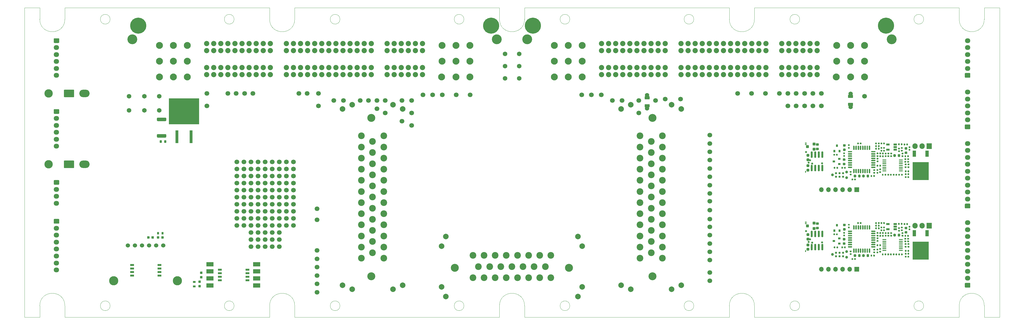
<source format=gts>
G75*
G70*
%OFA0B0*%
%FSLAX25Y25*%
%IPPOS*%
%LPD*%
%AMOC8*
5,1,8,0,0,1.08239X$1,22.5*
%
%AMM22*
21,1,0.040950,0.030320,0.000000,-0.000000,90.000000*
21,1,0.028350,0.042910,0.000000,-0.000000,90.000000*
1,1,0.012600,0.015160,0.014170*
1,1,0.012600,0.015160,-0.014170*
1,1,0.012600,-0.015160,-0.014170*
1,1,0.012600,-0.015160,0.014170*
%
%AMM23*
21,1,0.038980,0.026770,0.000000,-0.000000,270.000000*
21,1,0.026770,0.038980,0.000000,-0.000000,270.000000*
1,1,0.012210,-0.013390,-0.013390*
1,1,0.012210,-0.013390,0.013390*
1,1,0.012210,0.013390,0.013390*
1,1,0.012210,0.013390,-0.013390*
%
%AMM24*
21,1,0.033070,0.030710,0.000000,-0.000000,90.000000*
21,1,0.022050,0.041730,0.000000,-0.000000,90.000000*
1,1,0.011020,0.015350,0.011020*
1,1,0.011020,0.015350,-0.011020*
1,1,0.011020,-0.015350,-0.011020*
1,1,0.011020,-0.015350,0.011020*
%
%ADD104O,0.02913X0.09213*%
%ADD11C,0.03100*%
%ADD115M22*%
%ADD116M23*%
%ADD117M24*%
%ADD15C,0.06693*%
%ADD16C,0.07874*%
%ADD18R,0.06693X0.06693*%
%ADD20R,0.03150X0.03543*%
%ADD21R,0.04331X0.18110*%
%ADD27C,0.11811*%
%ADD29C,0.02913*%
%ADD32R,0.03543X0.03150*%
%ADD33O,0.01969X0.00984*%
%ADD34R,0.07500X0.07874*%
%ADD36R,0.04724X0.08661*%
%ADD37R,0.05709X0.01772*%
%ADD40C,0.02362*%
%ADD41C,0.06496*%
%ADD45C,0.09744*%
%ADD53R,0.04803X0.02559*%
%ADD56O,0.07500X0.07874*%
%ADD57R,0.05315X0.02717*%
%ADD58C,0.13000*%
%ADD59O,0.07677X0.06693*%
%ADD60O,0.00984X0.01969*%
%ADD61C,0.13878*%
%ADD62R,0.10000X0.05984*%
%ADD68O,0.14567X0.10630*%
%ADD69R,0.22835X0.25197*%
%ADD70O,0.01535X0.02520*%
%ADD71C,0.09449*%
%ADD79C,0.06000*%
%ADD84R,0.42520X0.37008*%
%ADD85C,0.22736*%
%ADD86O,0.02520X0.01535*%
%ADD87C,0.00197*%
%ADD89O,0.06693X0.06693*%
%ADD90C,0.07382*%
%ADD93C,0.11220*%
%ADD97C,0.03900*%
X0000000Y0000000D02*
%LPD*%
G01*
D87*
X0671260Y0016142D02*
X0671260Y0000000D01*
X0021654Y0422047D02*
X0021654Y0438189D01*
X1356299Y0000000D02*
X1377953Y0000000D01*
X0346457Y0016142D02*
X0346457Y0000000D01*
X1095472Y0016142D02*
G75*
G03*
X1095472Y0016142I-006890J0000000D01*
G01*
X0021654Y0000000D02*
X0000000Y0000000D01*
X0346457Y0422047D02*
X0346457Y0438189D01*
X0770669Y0016142D02*
G75*
G03*
X0770669Y0016142I-006890J0000000D01*
G01*
X0671260Y0438189D02*
X0381890Y0438189D01*
X1320866Y0438189D02*
X1031496Y0438189D01*
X1031496Y0016142D02*
X1031496Y0000000D01*
X0381890Y0000000D02*
X0671260Y0000000D01*
X1320866Y0016142D02*
G75*
G02*
X1356299Y0016142I0017717J0000000D01*
G01*
X0996063Y0438189D02*
X0706693Y0438189D01*
X0621063Y0422047D02*
G75*
G03*
X0621063Y0422047I-006890J0000000D01*
G01*
X1356299Y0438189D02*
X1377953Y0438189D01*
X0121063Y0016142D02*
G75*
G03*
X0121063Y0016142I-006890J0000000D01*
G01*
X0706693Y0422047D02*
X0706693Y0438189D01*
X0381890Y0422047D02*
X0381890Y0438189D01*
X1377953Y0000000D02*
X1377953Y0438189D01*
X1356299Y0422047D02*
X1356299Y0438189D01*
X0021654Y0438189D02*
X0000000Y0438189D01*
X1320866Y0016142D02*
X1320866Y0000000D01*
X0996063Y0016142D02*
G75*
G02*
X1031496Y0016142I0017717J0000000D01*
G01*
X0296260Y0422047D02*
G75*
G03*
X0296260Y0422047I-006890J0000000D01*
G01*
X0057087Y0000000D02*
X0346457Y0000000D01*
X0021654Y0016142D02*
X0021654Y0000000D01*
X0445866Y0016142D02*
G75*
G03*
X0445866Y0016142I-006890J0000000D01*
G01*
X0996063Y0422047D02*
G75*
G03*
X1031496Y0422047I0017717J0000000D01*
G01*
X0671260Y0422047D02*
G75*
G03*
X0706693Y0422047I0017717J0000000D01*
G01*
X0057087Y0016142D02*
G75*
G03*
X0021654Y0016142I-017717J0000000D01*
G01*
X0945866Y0422047D02*
G75*
G03*
X0945866Y0422047I-006890J0000000D01*
G01*
X1031496Y0000000D02*
X1320866Y0000000D01*
X1320866Y0422047D02*
X1320866Y0438189D01*
X0671260Y0422047D02*
X0671260Y0438189D01*
X0381890Y0016142D02*
X0381890Y0000000D01*
X0346457Y0438189D02*
X0057087Y0438189D01*
X1031496Y0422047D02*
X1031496Y0438189D01*
X0000000Y0438189D02*
X0000000Y0000000D01*
X1270669Y0016142D02*
G75*
G03*
X1270669Y0016142I-006890J0000000D01*
G01*
X1356299Y0016142D02*
X1356299Y0000000D01*
X0706693Y0016142D02*
X0706693Y0000000D01*
X0381890Y0422047D02*
G75*
G02*
X0346457Y0422047I-017717J0000000D01*
G01*
X0121063Y0422047D02*
G75*
G03*
X0121063Y0422047I-006890J0000000D01*
G01*
X0445866Y0422047D02*
G75*
G03*
X0445866Y0422047I-006890J0000000D01*
G01*
X0996063Y0016142D02*
X0996063Y0000000D01*
X1270669Y0422047D02*
G75*
G03*
X1270669Y0422047I-006890J0000000D01*
G01*
X1320866Y0422047D02*
G75*
G03*
X1356299Y0422047I0017717J0000000D01*
G01*
X0057087Y0422047D02*
G75*
G02*
X0021654Y0422047I-017717J0000000D01*
G01*
X0770669Y0422047D02*
G75*
G03*
X0770669Y0422047I-006890J0000000D01*
G01*
X0706693Y0016142D02*
G75*
G03*
X0671260Y0016142I-017717J0000000D01*
G01*
X0996063Y0422047D02*
X0996063Y0438189D01*
X0057087Y0422047D02*
X0057087Y0438189D01*
X0296260Y0016142D02*
G75*
G03*
X0296260Y0016142I-006890J0000000D01*
G01*
X1095472Y0422047D02*
G75*
G03*
X1095472Y0422047I-006890J0000000D01*
G01*
X0706693Y0000000D02*
X0996063Y0000000D01*
X0621063Y0016142D02*
G75*
G03*
X0621063Y0016142I-006890J0000000D01*
G01*
X0381890Y0016142D02*
G75*
G03*
X0346457Y0016142I-017717J0000000D01*
G01*
X0057087Y0016142D02*
X0057087Y0000000D01*
X0945866Y0016142D02*
G75*
G03*
X0945866Y0016142I-006890J0000000D01*
G01*
D21*
X0215295Y0255610D03*
D84*
X0225295Y0291634D03*
D21*
X0235295Y0255610D03*
D15*
X0927165Y0309055D03*
D27*
X0034252Y0316929D03*
G36*
G01*
X0069291Y0311614D02*
X0056693Y0311614D01*
G75*
G02*
X0055709Y0312598I0000000J0000984D01*
G01*
X0055709Y0321260D01*
G75*
G02*
X0056693Y0322244I0000984J0000000D01*
G01*
X0069291Y0322244D01*
G75*
G02*
X0070276Y0321260I0000000J-000984D01*
G01*
X0070276Y0312598D01*
G75*
G02*
X0069291Y0311614I-000984J0000000D01*
G01*
G37*
D68*
X0084646Y0316929D03*
D15*
X0968504Y0092520D03*
X0547244Y0307087D03*
X0968504Y0222441D03*
X0968504Y0257874D03*
G36*
G01*
X1335531Y0266339D02*
X1329823Y0266339D01*
G75*
G02*
X1328839Y0267323I0000000J0000984D01*
G01*
X1328839Y0272047D01*
G75*
G02*
X1329823Y0273031I0000984J0000000D01*
G01*
X1335531Y0273031D01*
G75*
G02*
X1336516Y0272047I0000000J-000984D01*
G01*
X1336516Y0267323D01*
G75*
G02*
X1335531Y0266339I-000984J0000000D01*
G01*
G37*
D59*
X1332677Y0279528D03*
X1332677Y0289370D03*
X1332677Y0299213D03*
X1332677Y0309055D03*
X1332677Y0318898D03*
D18*
X1175984Y0180610D03*
D89*
X1165984Y0180610D03*
X1155984Y0180610D03*
X1145984Y0180610D03*
X1135984Y0180610D03*
X1125984Y0180610D03*
G36*
G01*
X0042421Y0194291D02*
X0048130Y0194291D01*
G75*
G02*
X0049114Y0193307I0000000J-000984D01*
G01*
X0049114Y0188583D01*
G75*
G02*
X0048130Y0187598I-000984J0000000D01*
G01*
X0042421Y0187598D01*
G75*
G02*
X0041437Y0188583I0000000J0000984D01*
G01*
X0041437Y0193307D01*
G75*
G02*
X0042421Y0194291I0000984J0000000D01*
G01*
G37*
D59*
X0045276Y0181102D03*
X0045276Y0171260D03*
X0045276Y0161417D03*
D15*
X0509843Y0307087D03*
X1090551Y0316929D03*
X0387795Y0316929D03*
G36*
G01*
X0241457Y0042259D02*
X0238386Y0042259D01*
G75*
G02*
X0238110Y0042534I0000000J0000276D01*
G01*
X0238110Y0044739D01*
G75*
G02*
X0238386Y0045015I0000276J0000000D01*
G01*
X0241457Y0045015D01*
G75*
G02*
X0241732Y0044739I0000000J-000276D01*
G01*
X0241732Y0042534D01*
G75*
G02*
X0241457Y0042259I-000276J0000000D01*
G01*
G37*
G36*
G01*
X0241457Y0048558D02*
X0238386Y0048558D01*
G75*
G02*
X0238110Y0048834I0000000J0000276D01*
G01*
X0238110Y0051038D01*
G75*
G02*
X0238386Y0051314I0000276J0000000D01*
G01*
X0241457Y0051314D01*
G75*
G02*
X0241732Y0051038I0000000J-000276D01*
G01*
X0241732Y0048834D01*
G75*
G02*
X0241457Y0048558I-000276J0000000D01*
G01*
G37*
G36*
G01*
X0042421Y0395079D02*
X0048130Y0395079D01*
G75*
G02*
X0049114Y0394094I0000000J-000984D01*
G01*
X0049114Y0389370D01*
G75*
G02*
X0048130Y0388386I-000984J0000000D01*
G01*
X0042421Y0388386D01*
G75*
G02*
X0041437Y0389370I0000000J0000984D01*
G01*
X0041437Y0394094D01*
G75*
G02*
X0042421Y0395079I0000984J0000000D01*
G01*
G37*
D59*
X0045276Y0381890D03*
X0045276Y0372047D03*
X0045276Y0362205D03*
X0045276Y0352362D03*
X0045276Y0342520D03*
D15*
X0905512Y0309055D03*
X0360000Y0180000D03*
X0360000Y0190000D03*
X0360000Y0200000D03*
X0360000Y0210000D03*
X0360000Y0220000D03*
X0370000Y0180000D03*
X0370000Y0190000D03*
X0370000Y0200000D03*
X0370000Y0210000D03*
X0370000Y0220000D03*
X0380000Y0180000D03*
X0380000Y0190000D03*
X0380000Y0200000D03*
X0380000Y0210000D03*
X0380000Y0220000D03*
X0330000Y0180000D03*
X0330000Y0190000D03*
X0330000Y0200000D03*
X0330000Y0210000D03*
X0330000Y0220000D03*
X0340000Y0180000D03*
X0340000Y0190000D03*
X0340000Y0200000D03*
X0340000Y0210000D03*
X0340000Y0220000D03*
X0350000Y0180000D03*
X0350000Y0190000D03*
X0350000Y0200000D03*
X0350000Y0210000D03*
X0350000Y0220000D03*
X0968504Y0175197D03*
X1102362Y0299213D03*
G36*
G01*
X0246220Y0051924D02*
X0248898Y0051924D01*
G75*
G02*
X0249232Y0051590I0000000J-000335D01*
G01*
X0249232Y0048912D01*
G75*
G02*
X0248898Y0048578I-000335J0000000D01*
G01*
X0246220Y0048578D01*
G75*
G02*
X0245886Y0048912I0000000J0000335D01*
G01*
X0245886Y0051590D01*
G75*
G02*
X0246220Y0051924I0000335J0000000D01*
G01*
G37*
G36*
G01*
X0246220Y0045704D02*
X0248898Y0045704D01*
G75*
G02*
X0249232Y0045369I0000000J-000335D01*
G01*
X0249232Y0042692D01*
G75*
G02*
X0248898Y0042357I-000335J0000000D01*
G01*
X0246220Y0042357D01*
G75*
G02*
X0245886Y0042692I0000000J0000335D01*
G01*
X0245886Y0045369D01*
G75*
G02*
X0246220Y0045704I0000335J0000000D01*
G01*
G37*
G36*
G01*
X0042421Y0139173D02*
X0048130Y0139173D01*
G75*
G02*
X0049114Y0138189I0000000J-000984D01*
G01*
X0049114Y0133465D01*
G75*
G02*
X0048130Y0132480I-000984J0000000D01*
G01*
X0042421Y0132480D01*
G75*
G02*
X0041437Y0133465I0000000J0000984D01*
G01*
X0041437Y0138189D01*
G75*
G02*
X0042421Y0139173I0000984J0000000D01*
G01*
G37*
D59*
X0045276Y0125984D03*
X0045276Y0116142D03*
X0045276Y0106299D03*
X0045276Y0096457D03*
X0045276Y0086614D03*
X0045276Y0076772D03*
X0045276Y0066929D03*
D60*
X1103766Y0205955D03*
D33*
X1103963Y0246703D03*
X1103963Y0244734D03*
D40*
X1108097Y0218947D03*
X1110164Y0222392D03*
X1113117Y0217766D03*
X1127093Y0218061D03*
D15*
X0968504Y0116142D03*
G36*
G01*
X0182876Y0114370D02*
X0182876Y0111693D01*
G75*
G02*
X0182541Y0111358I-000335J0000000D01*
G01*
X0179864Y0111358D01*
G75*
G02*
X0179530Y0111693I0000000J0000335D01*
G01*
X0179530Y0114370D01*
G75*
G02*
X0179864Y0114705I0000335J0000000D01*
G01*
X0182541Y0114705D01*
G75*
G02*
X0182876Y0114370I0000000J-000335D01*
G01*
G37*
G36*
G01*
X0176656Y0114370D02*
X0176656Y0111693D01*
G75*
G02*
X0176321Y0111358I-000335J0000000D01*
G01*
X0173644Y0111358D01*
G75*
G02*
X0173309Y0111693I0000000J0000335D01*
G01*
X0173309Y0114370D01*
G75*
G02*
X0173644Y0114705I0000335J0000000D01*
G01*
X0176321Y0114705D01*
G75*
G02*
X0176656Y0114370I0000000J-000335D01*
G01*
G37*
X0399606Y0316929D03*
G36*
G01*
X0200295Y0250354D02*
X0200295Y0247283D01*
G75*
G02*
X0200020Y0247008I-000276J0000000D01*
G01*
X0197815Y0247008D01*
G75*
G02*
X0197539Y0247283I0000000J0000276D01*
G01*
X0197539Y0250354D01*
G75*
G02*
X0197815Y0250630I0000276J0000000D01*
G01*
X0200020Y0250630D01*
G75*
G02*
X0200295Y0250354I0000000J-000276D01*
G01*
G37*
G36*
G01*
X0193996Y0250354D02*
X0193996Y0247283D01*
G75*
G02*
X0193720Y0247008I-000276J0000000D01*
G01*
X0191516Y0247008D01*
G75*
G02*
X0191240Y0247283I0000000J0000276D01*
G01*
X0191240Y0250354D01*
G75*
G02*
X0191516Y0250630I0000276J0000000D01*
G01*
X0193720Y0250630D01*
G75*
G02*
X0193996Y0250354I0000000J-000276D01*
G01*
G37*
D41*
X0169291Y0312992D03*
X0169291Y0292992D03*
D15*
X0868110Y0289370D03*
X0486220Y0307087D03*
X0576772Y0314961D03*
X0360000Y0130000D03*
X0360000Y0140000D03*
X0360000Y0150000D03*
X0360000Y0160000D03*
X0360000Y0170000D03*
X0370000Y0130000D03*
X0370000Y0140000D03*
X0370000Y0150000D03*
X0370000Y0160000D03*
X0370000Y0170000D03*
X0380000Y0130000D03*
X0380000Y0140000D03*
X0380000Y0150000D03*
X0380000Y0160000D03*
X0380000Y0170000D03*
G36*
G01*
X0187089Y0111693D02*
X0187089Y0114370D01*
G75*
G02*
X0187423Y0114705I0000335J0000000D01*
G01*
X0190100Y0114705D01*
G75*
G02*
X0190435Y0114370I0000000J-000335D01*
G01*
X0190435Y0111693D01*
G75*
G02*
X0190100Y0111358I-000335J0000000D01*
G01*
X0187423Y0111358D01*
G75*
G02*
X0187089Y0111693I0000000J0000335D01*
G01*
G37*
G36*
G01*
X0193309Y0111693D02*
X0193309Y0114370D01*
G75*
G02*
X0193644Y0114705I0000335J0000000D01*
G01*
X0196321Y0114705D01*
G75*
G02*
X0196656Y0114370I0000000J-000335D01*
G01*
X0196656Y0111693D01*
G75*
G02*
X0196321Y0111358I-000335J0000000D01*
G01*
X0193644Y0111358D01*
G75*
G02*
X0193309Y0111693I0000000J0000335D01*
G01*
G37*
X0322835Y0316929D03*
X0300000Y0180000D03*
X0300000Y0190000D03*
X0300000Y0200000D03*
X0300000Y0210000D03*
X0300000Y0220000D03*
X0310000Y0180000D03*
X0310000Y0190000D03*
X0310000Y0200000D03*
X0310000Y0210000D03*
X0310000Y0220000D03*
X0320000Y0180000D03*
X0320000Y0190000D03*
X0320000Y0200000D03*
X0320000Y0210000D03*
X0320000Y0220000D03*
X0413386Y0094488D03*
X0801181Y0314961D03*
X0415354Y0316929D03*
X0413386Y0059055D03*
X0968504Y0246063D03*
X0498031Y0307087D03*
X0868110Y0307087D03*
X0968504Y0187008D03*
X0474409Y0307087D03*
X0968504Y0164173D03*
X1125984Y0299213D03*
X0547244Y0271654D03*
X0844488Y0307087D03*
X0610236Y0314961D03*
D41*
X0190551Y0312992D03*
X0190551Y0292992D03*
D62*
X0262276Y0074838D03*
D57*
X0276276Y0067357D03*
D62*
X0262276Y0064838D03*
D57*
X0276276Y0062357D03*
X0276276Y0057357D03*
D62*
X0262276Y0054838D03*
X0262276Y0044838D03*
D57*
X0276276Y0052357D03*
X0315026Y0052357D03*
D62*
X0328276Y0044838D03*
X0328276Y0054838D03*
D57*
X0315026Y0057357D03*
X0315026Y0062357D03*
D62*
X0328276Y0064838D03*
D57*
X0315026Y0067357D03*
D62*
X0328276Y0074838D03*
G36*
G01*
X1335531Y0041929D02*
X1329823Y0041929D01*
G75*
G02*
X1328839Y0042913I0000000J0000984D01*
G01*
X1328839Y0047638D01*
G75*
G02*
X1329823Y0048622I0000984J0000000D01*
G01*
X1335531Y0048622D01*
G75*
G02*
X1336516Y0047638I0000000J-000984D01*
G01*
X1336516Y0042913D01*
G75*
G02*
X1335531Y0041929I-000984J0000000D01*
G01*
G37*
D59*
X1332677Y0055118D03*
X1332677Y0064961D03*
X1332677Y0074803D03*
X1332677Y0084646D03*
X1332677Y0094488D03*
X1332677Y0104331D03*
X1332677Y0114173D03*
X1332677Y0124016D03*
X1332677Y0133858D03*
D15*
X0968504Y0234252D03*
X0968504Y0051575D03*
X1047244Y0316929D03*
D41*
X0698976Y0372835D03*
X0678976Y0372835D03*
D15*
X0968504Y0127953D03*
D45*
X0629331Y0385098D03*
X0609646Y0385098D03*
X0589961Y0385098D03*
X0629331Y0362657D03*
X0609646Y0362657D03*
X0589961Y0362657D03*
X0629331Y0340217D03*
X0609646Y0340217D03*
X0589331Y0340217D03*
D90*
X0562402Y0387461D03*
X0552402Y0387461D03*
X0542402Y0387461D03*
X0532402Y0387461D03*
X0522402Y0387461D03*
X0512402Y0387461D03*
X0562402Y0377461D03*
X0552402Y0377461D03*
X0542402Y0377461D03*
X0532402Y0377461D03*
X0522402Y0377461D03*
X0512402Y0377461D03*
X0562402Y0353642D03*
X0552402Y0353642D03*
X0542402Y0353642D03*
X0532402Y0353642D03*
X0522402Y0353642D03*
X0512402Y0353642D03*
X0562402Y0343642D03*
X0552402Y0343642D03*
X0542402Y0343642D03*
X0532402Y0343642D03*
X0522402Y0343642D03*
X0512402Y0343642D03*
X0489961Y0387461D03*
X0479961Y0387461D03*
X0469961Y0387461D03*
X0459961Y0387461D03*
X0449961Y0387461D03*
X0439961Y0387461D03*
X0429961Y0387461D03*
X0419961Y0387461D03*
X0409961Y0387461D03*
X0399961Y0387461D03*
X0389961Y0387461D03*
X0379961Y0387461D03*
X0369961Y0387461D03*
X0489961Y0377461D03*
X0479961Y0377461D03*
X0469961Y0377461D03*
X0459961Y0377461D03*
X0449961Y0377461D03*
X0439961Y0377461D03*
X0429961Y0377461D03*
X0419961Y0377461D03*
X0409961Y0377461D03*
X0399961Y0377461D03*
X0389961Y0377461D03*
X0379961Y0377461D03*
X0369961Y0377461D03*
X0489961Y0353642D03*
X0479961Y0353642D03*
X0469961Y0353642D03*
X0459961Y0353642D03*
X0449961Y0353642D03*
X0439961Y0353642D03*
X0429961Y0353642D03*
X0419961Y0353642D03*
X0409961Y0353642D03*
X0399961Y0353642D03*
X0389961Y0353642D03*
X0379961Y0353642D03*
X0369961Y0353642D03*
X0489961Y0343642D03*
X0479961Y0343642D03*
X0469961Y0343642D03*
X0459961Y0343642D03*
X0449961Y0343642D03*
X0439961Y0343642D03*
X0429961Y0343642D03*
X0419961Y0343642D03*
X0409961Y0343642D03*
X0399961Y0343642D03*
X0389961Y0343642D03*
X0379961Y0343642D03*
X0369961Y0343642D03*
X0347441Y0387461D03*
X0337441Y0387461D03*
X0327441Y0387461D03*
X0317441Y0387461D03*
X0307441Y0387461D03*
X0297441Y0387461D03*
X0287441Y0387461D03*
X0277441Y0387461D03*
X0267441Y0387461D03*
X0257441Y0387461D03*
X0347441Y0377461D03*
X0337441Y0377461D03*
X0327441Y0377461D03*
X0317441Y0377461D03*
X0307441Y0377461D03*
X0297441Y0377461D03*
X0287441Y0377461D03*
X0277441Y0377461D03*
X0267441Y0377461D03*
X0257441Y0377461D03*
X0347441Y0353642D03*
X0337441Y0353642D03*
X0327441Y0353642D03*
X0317441Y0353642D03*
X0307441Y0353642D03*
X0297441Y0353642D03*
X0287441Y0353642D03*
X0277441Y0353642D03*
X0267441Y0353642D03*
X0257441Y0353642D03*
X0347441Y0343642D03*
X0337441Y0343642D03*
X0327441Y0343642D03*
X0317441Y0343642D03*
X0307441Y0343642D03*
X0297441Y0343642D03*
X0287441Y0343642D03*
X0277441Y0343642D03*
X0267441Y0343642D03*
X0257441Y0343642D03*
D45*
X0230118Y0385098D03*
X0210433Y0385098D03*
X0190748Y0385098D03*
X0230118Y0362657D03*
X0210433Y0362657D03*
X0190748Y0362657D03*
X0230118Y0340217D03*
X0210433Y0340217D03*
X0190748Y0340217D03*
D61*
X0667520Y0393760D03*
X0152559Y0393760D03*
D85*
X0659449Y0413051D03*
X0160630Y0413051D03*
D15*
X0968504Y0104331D03*
X0415354Y0299213D03*
D18*
X1175984Y0067913D03*
D89*
X1165984Y0067913D03*
X1155984Y0067913D03*
X1145984Y0067913D03*
X1135984Y0067913D03*
X1125984Y0067913D03*
D15*
X0413386Y0070866D03*
X1125984Y0316929D03*
D41*
X0147638Y0312992D03*
X0147638Y0292992D03*
D15*
X1027559Y0316929D03*
X0968504Y0063386D03*
X1066929Y0316929D03*
G36*
G01*
X0199409Y0254429D02*
X0188189Y0254429D01*
G75*
G02*
X0187205Y0255413I0000000J0000984D01*
G01*
X0187205Y0258268D01*
G75*
G02*
X0188189Y0259252I0000984J0000000D01*
G01*
X0199409Y0259252D01*
G75*
G02*
X0200394Y0258268I0000000J-000984D01*
G01*
X0200394Y0255413D01*
G75*
G02*
X0199409Y0254429I-000984J0000000D01*
G01*
G37*
G36*
G01*
X0199409Y0277756D02*
X0188189Y0277756D01*
G75*
G02*
X0187205Y0278740I0000000J0000984D01*
G01*
X0187205Y0281594D01*
G75*
G02*
X0188189Y0282579I0000984J0000000D01*
G01*
X0199409Y0282579D01*
G75*
G02*
X0200394Y0281594I0000000J-000984D01*
G01*
X0200394Y0278740D01*
G75*
G02*
X0199409Y0277756I-000984J0000000D01*
G01*
G37*
X0450787Y0307087D03*
D60*
X1103766Y0093750D03*
D33*
X1103963Y0134498D03*
X1103963Y0132530D03*
D40*
X1108097Y0106742D03*
X1110164Y0110187D03*
X1113117Y0105561D03*
X1127093Y0105856D03*
D27*
X0034252Y0216535D03*
G36*
G01*
X0069291Y0211220D02*
X0056693Y0211220D01*
G75*
G02*
X0055709Y0212205I0000000J0000984D01*
G01*
X0055709Y0220866D01*
G75*
G02*
X0056693Y0221850I0000984J0000000D01*
G01*
X0069291Y0221850D01*
G75*
G02*
X0070276Y0220866I0000000J-000984D01*
G01*
X0070276Y0212205D01*
G75*
G02*
X0069291Y0211220I-000984J0000000D01*
G01*
G37*
D68*
X0084646Y0216535D03*
D15*
X0498031Y0295276D03*
X0509843Y0289370D03*
X1114173Y0316929D03*
X0547244Y0289370D03*
D79*
X0879921Y0314764D03*
G36*
G01*
X0876378Y0309469D02*
X0876378Y0312185D01*
G75*
G02*
X0877283Y0313091I0000906J0000000D01*
G01*
X0882559Y0313091D01*
G75*
G02*
X0883465Y0312185I0000000J-000906D01*
G01*
X0883465Y0309469D01*
G75*
G02*
X0882559Y0308563I-000906J0000000D01*
G01*
X0877283Y0308563D01*
G75*
G02*
X0876378Y0309469I0000000J0000906D01*
G01*
G37*
X0879921Y0295472D03*
G36*
G01*
X0876378Y0298051D02*
X0876378Y0300768D01*
G75*
G02*
X0877283Y0301673I0000906J0000000D01*
G01*
X0882559Y0301673D01*
G75*
G02*
X0883465Y0300768I0000000J-000906D01*
G01*
X0883465Y0298051D01*
G75*
G02*
X0882559Y0297146I-000906J0000000D01*
G01*
X0877283Y0297146D01*
G75*
G02*
X0876378Y0298051I0000000J0000906D01*
G01*
G37*
D15*
X0299213Y0316929D03*
X0413386Y0035433D03*
G36*
G01*
X1335531Y0339173D02*
X1329823Y0339173D01*
G75*
G02*
X1328839Y0340157I0000000J0000984D01*
G01*
X1328839Y0344882D01*
G75*
G02*
X1329823Y0345866I0000984J0000000D01*
G01*
X1335531Y0345866D01*
G75*
G02*
X1336516Y0344882I0000000J-000984D01*
G01*
X1336516Y0340157D01*
G75*
G02*
X1335531Y0339173I-000984J0000000D01*
G01*
G37*
D59*
X1332677Y0352362D03*
X1332677Y0362205D03*
X1332677Y0372047D03*
X1332677Y0381890D03*
X1332677Y0391732D03*
D15*
X0437008Y0307087D03*
X0787402Y0314961D03*
D93*
X0489961Y0282382D03*
D16*
X0843110Y0045374D03*
X0782087Y0114272D03*
X0595472Y0029232D03*
D93*
X0769488Y0069783D03*
D16*
X0782087Y0029232D03*
X0589567Y0100492D03*
X0928150Y0045374D03*
D93*
X0887598Y0057972D03*
D16*
X0534449Y0294980D03*
X0520669Y0039469D03*
X0463189Y0039469D03*
X0856890Y0300886D03*
D93*
X0489961Y0057972D03*
D16*
X0595472Y0114272D03*
D93*
X0608071Y0069783D03*
D16*
X0589567Y0043012D03*
X0914370Y0039469D03*
X0787992Y0043012D03*
X0534449Y0045374D03*
X0520669Y0300886D03*
X0463189Y0300886D03*
X0449409Y0045374D03*
X0449409Y0294980D03*
D93*
X0887598Y0282382D03*
D16*
X0914370Y0300886D03*
X0843110Y0294980D03*
X0928150Y0294980D03*
X0856890Y0039469D03*
X0787992Y0100492D03*
D71*
X0901378Y0083563D03*
X0901378Y0099311D03*
X0901378Y0115059D03*
X0901378Y0130807D03*
X0901378Y0146555D03*
X0901378Y0162303D03*
X0901378Y0178051D03*
X0901378Y0193799D03*
X0901378Y0209547D03*
X0901378Y0225295D03*
X0901378Y0241043D03*
X0901378Y0256791D03*
X0885630Y0091437D03*
X0885630Y0107185D03*
X0885630Y0122933D03*
X0885630Y0138681D03*
X0885630Y0154429D03*
X0885630Y0170177D03*
X0885630Y0185925D03*
X0885630Y0201673D03*
X0885630Y0217421D03*
X0885630Y0233169D03*
X0885630Y0248917D03*
X0869882Y0083563D03*
X0869882Y0099311D03*
X0869882Y0115059D03*
X0869882Y0130807D03*
X0869882Y0146555D03*
X0869882Y0162303D03*
X0869882Y0178051D03*
X0869882Y0193799D03*
X0869882Y0209547D03*
X0869882Y0225295D03*
X0869882Y0241043D03*
X0869882Y0256791D03*
X0633661Y0056004D03*
X0649409Y0056004D03*
X0665157Y0056004D03*
X0680906Y0056004D03*
X0696654Y0056004D03*
X0712402Y0056004D03*
X0728150Y0056004D03*
X0743898Y0056004D03*
X0641535Y0071752D03*
X0657283Y0071752D03*
X0673032Y0071752D03*
X0688780Y0071752D03*
X0704528Y0071752D03*
X0720276Y0071752D03*
X0736024Y0071752D03*
X0633661Y0087500D03*
X0649409Y0087500D03*
X0665157Y0087500D03*
X0680906Y0087500D03*
X0696654Y0087500D03*
X0712402Y0087500D03*
X0728150Y0087500D03*
X0743898Y0087500D03*
X0476181Y0256791D03*
X0476181Y0241043D03*
X0476181Y0225295D03*
X0476181Y0209547D03*
X0476181Y0193799D03*
X0476181Y0178051D03*
X0476181Y0162303D03*
X0476181Y0146555D03*
X0476181Y0130807D03*
X0476181Y0115059D03*
X0476181Y0099311D03*
X0476181Y0083563D03*
X0491929Y0248917D03*
X0491929Y0233169D03*
X0491929Y0217421D03*
X0491929Y0201673D03*
X0491929Y0185925D03*
X0491929Y0170177D03*
X0491929Y0154429D03*
X0491929Y0138681D03*
X0491929Y0122933D03*
X0491929Y0107185D03*
X0491929Y0091437D03*
X0507677Y0256791D03*
X0507677Y0241043D03*
X0507677Y0225295D03*
X0507677Y0209547D03*
X0507677Y0193799D03*
X0507677Y0178051D03*
X0507677Y0162303D03*
X0507677Y0146555D03*
X0507677Y0130807D03*
X0507677Y0115059D03*
X0507677Y0099311D03*
X0507677Y0083563D03*
D15*
X0533465Y0307087D03*
X0360000Y0100000D03*
X0350000Y0100000D03*
X0340000Y0100000D03*
X0330000Y0100000D03*
X0320000Y0100000D03*
X0360000Y0110000D03*
X0350000Y0110000D03*
X0340000Y0110000D03*
X0330000Y0110000D03*
X0320000Y0110000D03*
X0360000Y0120000D03*
X0350000Y0120000D03*
X0340000Y0120000D03*
X0330000Y0120000D03*
X0320000Y0120000D03*
G36*
G01*
X0042421Y0294685D02*
X0048130Y0294685D01*
G75*
G02*
X0049114Y0293701I0000000J-000984D01*
G01*
X0049114Y0288976D01*
G75*
G02*
X0048130Y0287992I-000984J0000000D01*
G01*
X0042421Y0287992D01*
G75*
G02*
X0041437Y0288976I0000000J0000984D01*
G01*
X0041437Y0293701D01*
G75*
G02*
X0042421Y0294685I0000984J0000000D01*
G01*
G37*
D59*
X0045276Y0281496D03*
X0045276Y0271654D03*
X0045276Y0261811D03*
X0045276Y0251969D03*
X0045276Y0242126D03*
G36*
G01*
X1335531Y0154134D02*
X1329823Y0154134D01*
G75*
G02*
X1328839Y0155118I0000000J0000984D01*
G01*
X1328839Y0159843D01*
G75*
G02*
X1329823Y0160827I0000984J0000000D01*
G01*
X1335531Y0160827D01*
G75*
G02*
X1336516Y0159843I0000000J-000984D01*
G01*
X1336516Y0155118D01*
G75*
G02*
X1335531Y0154134I-000984J0000000D01*
G01*
G37*
X1332677Y0167323D03*
X1332677Y0177165D03*
X1332677Y0187008D03*
X1332677Y0196850D03*
X1332677Y0206693D03*
X1332677Y0216535D03*
X1332677Y0226378D03*
X1332677Y0236220D03*
X1332677Y0246063D03*
D79*
X1167323Y0316732D03*
G36*
G01*
X1163780Y0311437D02*
X1163780Y0314154D01*
G75*
G02*
X1164685Y0315059I0000906J0000000D01*
G01*
X1169961Y0315059D01*
G75*
G02*
X1170866Y0314154I0000000J-000906D01*
G01*
X1170866Y0311437D01*
G75*
G02*
X1169961Y0310532I-000906J0000000D01*
G01*
X1164685Y0310532D01*
G75*
G02*
X1163780Y0311437I0000000J0000906D01*
G01*
G37*
G36*
G01*
X1163780Y0300020D02*
X1163780Y0302736D01*
G75*
G02*
X1164685Y0303642I0000906J0000000D01*
G01*
X1169961Y0303642D01*
G75*
G02*
X1170866Y0302736I0000000J-000906D01*
G01*
X1170866Y0300020D01*
G75*
G02*
X1169961Y0299114I-000906J0000000D01*
G01*
X1164685Y0299114D01*
G75*
G02*
X1163780Y0300020I0000000J0000906D01*
G01*
G37*
X1167323Y0297441D03*
D15*
X0413386Y0153543D03*
G36*
G01*
X0196400Y0120472D02*
X0196400Y0117402D01*
G75*
G02*
X0196124Y0117126I-000276J0000000D01*
G01*
X0193919Y0117126D01*
G75*
G02*
X0193644Y0117402I0000000J0000276D01*
G01*
X0193644Y0120472D01*
G75*
G02*
X0193919Y0120748I0000276J0000000D01*
G01*
X0196124Y0120748D01*
G75*
G02*
X0196400Y0120472I0000000J-000276D01*
G01*
G37*
G36*
G01*
X0190100Y0120472D02*
X0190100Y0117402D01*
G75*
G02*
X0189825Y0117126I-000276J0000000D01*
G01*
X0187620Y0117126D01*
G75*
G02*
X0187344Y0117402I0000000J0000276D01*
G01*
X0187344Y0120472D01*
G75*
G02*
X0187620Y0120748I0000276J0000000D01*
G01*
X0189825Y0120748D01*
G75*
G02*
X0190100Y0120472I0000000J-000276D01*
G01*
G37*
X0891732Y0307087D03*
X0413386Y0137795D03*
X1007874Y0316929D03*
X0968504Y0138976D03*
X1078740Y0299213D03*
D41*
X0698976Y0338189D03*
X0678976Y0338189D03*
D15*
X0257874Y0316929D03*
X0413386Y0082677D03*
G36*
G01*
X0251260Y0054956D02*
X0248583Y0054956D01*
G75*
G02*
X0248248Y0055290I0000000J0000335D01*
G01*
X0248248Y0057968D01*
G75*
G02*
X0248583Y0058302I0000335J0000000D01*
G01*
X0251260Y0058302D01*
G75*
G02*
X0251594Y0057968I0000000J-000335D01*
G01*
X0251594Y0055290D01*
G75*
G02*
X0251260Y0054956I-000335J0000000D01*
G01*
G37*
G36*
G01*
X0251260Y0061176D02*
X0248583Y0061176D01*
G75*
G02*
X0248248Y0061511I0000000J0000335D01*
G01*
X0248248Y0064188D01*
G75*
G02*
X0248583Y0064523I0000335J0000000D01*
G01*
X0251260Y0064523D01*
G75*
G02*
X0251594Y0064188I0000000J-000335D01*
G01*
X0251594Y0061511D01*
G75*
G02*
X0251260Y0061176I-000335J0000000D01*
G01*
G37*
D41*
X0698976Y0355512D03*
X0678976Y0355512D03*
D15*
X0300000Y0130000D03*
X0300000Y0140000D03*
X0300000Y0150000D03*
X0300000Y0160000D03*
X0300000Y0170000D03*
X0310000Y0130000D03*
X0310000Y0140000D03*
X0310000Y0150000D03*
X0310000Y0160000D03*
X0310000Y0170000D03*
X0320000Y0130000D03*
X0320000Y0140000D03*
X0320000Y0150000D03*
X0320000Y0160000D03*
X0320000Y0170000D03*
X1078740Y0316929D03*
X1102362Y0316929D03*
X0968504Y0081102D03*
X0968504Y0151575D03*
D58*
X0126260Y0051577D03*
X0216260Y0051577D03*
D57*
X0151969Y0063978D03*
X0151969Y0068978D03*
X0151969Y0058978D03*
X0190719Y0058978D03*
X0151969Y0073978D03*
D79*
X0196260Y0101577D03*
D57*
X0190719Y0073978D03*
X0190719Y0068978D03*
D79*
X0186260Y0101577D03*
D57*
X0190719Y0063978D03*
D79*
X0176260Y0101577D03*
X0166260Y0101577D03*
X0156260Y0101577D03*
X0146260Y0101577D03*
D15*
X0968504Y0210630D03*
D45*
X1187205Y0385098D03*
X1167520Y0385098D03*
X1147835Y0385098D03*
X1187205Y0362657D03*
X1167520Y0362657D03*
X1147835Y0362657D03*
X1187205Y0340217D03*
X1167520Y0340217D03*
X1147205Y0340217D03*
D90*
X1120276Y0387461D03*
X1110276Y0387461D03*
X1100276Y0387461D03*
X1090276Y0387461D03*
X1080276Y0387461D03*
X1070276Y0387461D03*
X1120276Y0377461D03*
X1110276Y0377461D03*
X1100276Y0377461D03*
X1090276Y0377461D03*
X1080276Y0377461D03*
X1070276Y0377461D03*
X1120276Y0353642D03*
X1110276Y0353642D03*
X1100276Y0353642D03*
X1090276Y0353642D03*
X1080276Y0353642D03*
X1070276Y0353642D03*
X1120276Y0343642D03*
X1110276Y0343642D03*
X1100276Y0343642D03*
X1090276Y0343642D03*
X1080276Y0343642D03*
X1070276Y0343642D03*
X1047835Y0387461D03*
X1037835Y0387461D03*
X1027835Y0387461D03*
X1017835Y0387461D03*
X1007835Y0387461D03*
X0997835Y0387461D03*
X0987835Y0387461D03*
X0977835Y0387461D03*
X0967835Y0387461D03*
X0957835Y0387461D03*
X0947835Y0387461D03*
X0937835Y0387461D03*
X0927835Y0387461D03*
X1047835Y0377461D03*
X1037835Y0377461D03*
X1027835Y0377461D03*
X1017835Y0377461D03*
X1007835Y0377461D03*
X0997835Y0377461D03*
X0987835Y0377461D03*
X0977835Y0377461D03*
X0967835Y0377461D03*
X0957835Y0377461D03*
X0947835Y0377461D03*
X0937835Y0377461D03*
X0927835Y0377461D03*
X1047835Y0353642D03*
X1037835Y0353642D03*
X1027835Y0353642D03*
X1017835Y0353642D03*
X1007835Y0353642D03*
X0997835Y0353642D03*
X0987835Y0353642D03*
X0977835Y0353642D03*
X0967835Y0353642D03*
X0957835Y0353642D03*
X0947835Y0353642D03*
X0937835Y0353642D03*
X0927835Y0353642D03*
X1047835Y0343642D03*
X1037835Y0343642D03*
X1027835Y0343642D03*
X1017835Y0343642D03*
X1007835Y0343642D03*
X0997835Y0343642D03*
X0987835Y0343642D03*
X0977835Y0343642D03*
X0967835Y0343642D03*
X0957835Y0343642D03*
X0947835Y0343642D03*
X0937835Y0343642D03*
X0927835Y0343642D03*
X0905315Y0387461D03*
X0895315Y0387461D03*
X0885315Y0387461D03*
X0875315Y0387461D03*
X0865315Y0387461D03*
X0855315Y0387461D03*
X0845315Y0387461D03*
X0835315Y0387461D03*
X0825315Y0387461D03*
X0815315Y0387461D03*
X0905315Y0377461D03*
X0895315Y0377461D03*
X0885315Y0377461D03*
X0875315Y0377461D03*
X0865315Y0377461D03*
X0855315Y0377461D03*
X0845315Y0377461D03*
X0835315Y0377461D03*
X0825315Y0377461D03*
X0815315Y0377461D03*
X0905315Y0353642D03*
X0895315Y0353642D03*
X0885315Y0353642D03*
X0875315Y0353642D03*
X0865315Y0353642D03*
X0855315Y0353642D03*
X0845315Y0353642D03*
X0835315Y0353642D03*
X0825315Y0353642D03*
X0815315Y0353642D03*
X0905315Y0343642D03*
X0895315Y0343642D03*
X0885315Y0343642D03*
X0875315Y0343642D03*
X0865315Y0343642D03*
X0855315Y0343642D03*
X0845315Y0343642D03*
X0835315Y0343642D03*
X0825315Y0343642D03*
X0815315Y0343642D03*
D45*
X0787992Y0385098D03*
X0768307Y0385098D03*
X0748622Y0385098D03*
X0787992Y0362657D03*
X0768307Y0362657D03*
X0748622Y0362657D03*
X0787992Y0340217D03*
X0768307Y0340217D03*
X0748622Y0340217D03*
D61*
X1225394Y0393760D03*
X0710433Y0393760D03*
D85*
X1217323Y0413051D03*
X0718504Y0413051D03*
D15*
X0814961Y0314961D03*
X0562992Y0314961D03*
X0311024Y0316929D03*
X1090551Y0299213D03*
X0830709Y0307087D03*
X0257874Y0299213D03*
X0533465Y0277559D03*
X0629921Y0314961D03*
X0968504Y0198819D03*
X0330000Y0130000D03*
X0330000Y0140000D03*
X0330000Y0150000D03*
X0330000Y0160000D03*
X0330000Y0170000D03*
X0340000Y0130000D03*
X0340000Y0140000D03*
X0340000Y0150000D03*
X0340000Y0160000D03*
X0340000Y0170000D03*
X0350000Y0130000D03*
X0350000Y0140000D03*
X0350000Y0150000D03*
X0350000Y0160000D03*
X0350000Y0170000D03*
X0413386Y0047244D03*
X0590551Y0314961D03*
X1187008Y0312992D03*
X1114173Y0299213D03*
X0287402Y0316929D03*
X1137598Y0078051D02*
%LPD*%
G01*
D34*
X1278307Y0129626D03*
D56*
X1268307Y0129626D03*
X1258307Y0129626D03*
G36*
G01*
X1206191Y0114350D02*
X1204832Y0114350D01*
G75*
G02*
X1204252Y0114931I0000000J0000581D01*
G01*
X1204252Y0116092D01*
G75*
G02*
X1204832Y0116673I0000581J0000000D01*
G01*
X1206191Y0116673D01*
G75*
G02*
X1206771Y0116092I0000000J-000581D01*
G01*
X1206771Y0114931D01*
G75*
G02*
X1206191Y0114350I-000581J0000000D01*
G01*
G37*
G36*
G01*
X1206191Y0118169D02*
X1204832Y0118169D01*
G75*
G02*
X1204252Y0118750I0000000J0000581D01*
G01*
X1204252Y0119911D01*
G75*
G02*
X1204832Y0120492I0000581J0000000D01*
G01*
X1206191Y0120492D01*
G75*
G02*
X1206771Y0119911I0000000J-000581D01*
G01*
X1206771Y0118750D01*
G75*
G02*
X1206191Y0118169I-000581J0000000D01*
G01*
G37*
G36*
G01*
X1241013Y0089693D02*
X1241013Y0088334D01*
G75*
G02*
X1240433Y0087754I-000581J0000000D01*
G01*
X1239271Y0087754D01*
G75*
G02*
X1238691Y0088334I0000000J0000581D01*
G01*
X1238691Y0089693D01*
G75*
G02*
X1239271Y0090273I0000581J0000000D01*
G01*
X1240433Y0090273D01*
G75*
G02*
X1241013Y0089693I0000000J-000581D01*
G01*
G37*
G36*
G01*
X1237194Y0089693D02*
X1237194Y0088334D01*
G75*
G02*
X1236614Y0087754I-000581J0000000D01*
G01*
X1235452Y0087754D01*
G75*
G02*
X1234872Y0088334I0000000J0000581D01*
G01*
X1234872Y0089693D01*
G75*
G02*
X1235452Y0090273I0000581J0000000D01*
G01*
X1236614Y0090273D01*
G75*
G02*
X1237194Y0089693I0000000J-000581D01*
G01*
G37*
G36*
G01*
X1243622Y0114584D02*
X1243622Y0115943D01*
G75*
G02*
X1244202Y0116523I0000581J0000000D01*
G01*
X1245364Y0116523D01*
G75*
G02*
X1245944Y0115943I0000000J-000581D01*
G01*
X1245944Y0114584D01*
G75*
G02*
X1245364Y0114004I-000581J0000000D01*
G01*
X1244202Y0114004D01*
G75*
G02*
X1243622Y0114584I0000000J0000581D01*
G01*
G37*
G36*
G01*
X1247441Y0114584D02*
X1247441Y0115943D01*
G75*
G02*
X1248021Y0116523I0000581J0000000D01*
G01*
X1249183Y0116523D01*
G75*
G02*
X1249763Y0115943I0000000J-000581D01*
G01*
X1249763Y0114584D01*
G75*
G02*
X1249183Y0114004I-000581J0000000D01*
G01*
X1248021Y0114004D01*
G75*
G02*
X1247441Y0114584I0000000J0000581D01*
G01*
G37*
G36*
G01*
X1143598Y0098203D02*
X1143598Y0099561D01*
G75*
G02*
X1144179Y0100142I0000581J0000000D01*
G01*
X1145340Y0100142D01*
G75*
G02*
X1145921Y0099561I0000000J-000581D01*
G01*
X1145921Y0098203D01*
G75*
G02*
X1145340Y0097622I-000581J0000000D01*
G01*
X1144179Y0097622D01*
G75*
G02*
X1143598Y0098203I0000000J0000581D01*
G01*
G37*
G36*
G01*
X1147417Y0098203D02*
X1147417Y0099561D01*
G75*
G02*
X1147998Y0100142I0000581J0000000D01*
G01*
X1149159Y0100142D01*
G75*
G02*
X1149740Y0099561I0000000J-000581D01*
G01*
X1149740Y0098203D01*
G75*
G02*
X1149159Y0097622I-000581J0000000D01*
G01*
X1147998Y0097622D01*
G75*
G02*
X1147417Y0098203I0000000J0000581D01*
G01*
G37*
G36*
G01*
X1157160Y0112205D02*
X1159178Y0112205D01*
G75*
G02*
X1160039Y0111343I0000000J-000861D01*
G01*
X1160039Y0109621D01*
G75*
G02*
X1159178Y0108760I-000861J0000000D01*
G01*
X1157160Y0108760D01*
G75*
G02*
X1156299Y0109621I0000000J0000861D01*
G01*
X1156299Y0111343D01*
G75*
G02*
X1157160Y0112205I0000861J0000000D01*
G01*
G37*
G36*
G01*
X1157160Y0106004D02*
X1159178Y0106004D01*
G75*
G02*
X1160039Y0105143I0000000J-000861D01*
G01*
X1160039Y0103420D01*
G75*
G02*
X1159178Y0102559I-000861J0000000D01*
G01*
X1157160Y0102559D01*
G75*
G02*
X1156299Y0103420I0000000J0000861D01*
G01*
X1156299Y0105143D01*
G75*
G02*
X1157160Y0106004I0000861J0000000D01*
G01*
G37*
G36*
G01*
X1227870Y0115255D02*
X1227870Y0117272D01*
G75*
G02*
X1228731Y0118134I0000861J0000000D01*
G01*
X1230453Y0118134D01*
G75*
G02*
X1231315Y0117272I0000000J-000861D01*
G01*
X1231315Y0115255D01*
G75*
G02*
X1230453Y0114394I-000861J0000000D01*
G01*
X1228731Y0114394D01*
G75*
G02*
X1227870Y0115255I0000000J0000861D01*
G01*
G37*
G36*
G01*
X1234070Y0115255D02*
X1234070Y0117272D01*
G75*
G02*
X1234932Y0118134I0000861J0000000D01*
G01*
X1236654Y0118134D01*
G75*
G02*
X1237515Y0117272I0000000J-000861D01*
G01*
X1237515Y0115255D01*
G75*
G02*
X1236654Y0114394I-000861J0000000D01*
G01*
X1234932Y0114394D01*
G75*
G02*
X1234070Y0115255I0000000J0000861D01*
G01*
G37*
G36*
G01*
X1233263Y0089693D02*
X1233263Y0088334D01*
G75*
G02*
X1232683Y0087754I-000581J0000000D01*
G01*
X1231521Y0087754D01*
G75*
G02*
X1230941Y0088334I0000000J0000581D01*
G01*
X1230941Y0089693D01*
G75*
G02*
X1231521Y0090273I0000581J0000000D01*
G01*
X1232683Y0090273D01*
G75*
G02*
X1233263Y0089693I0000000J-000581D01*
G01*
G37*
G36*
G01*
X1229444Y0089693D02*
X1229444Y0088334D01*
G75*
G02*
X1228864Y0087754I-000581J0000000D01*
G01*
X1227702Y0087754D01*
G75*
G02*
X1227122Y0088334I0000000J0000581D01*
G01*
X1227122Y0089693D01*
G75*
G02*
X1227702Y0090273I0000581J0000000D01*
G01*
X1228864Y0090273D01*
G75*
G02*
X1229444Y0089693I0000000J-000581D01*
G01*
G37*
G36*
G01*
X1245372Y0106193D02*
X1244013Y0106193D01*
G75*
G02*
X1243433Y0106773I0000000J0000581D01*
G01*
X1243433Y0107935D01*
G75*
G02*
X1244013Y0108516I0000581J0000000D01*
G01*
X1245372Y0108516D01*
G75*
G02*
X1245952Y0107935I0000000J-000581D01*
G01*
X1245952Y0106773D01*
G75*
G02*
X1245372Y0106193I-000581J0000000D01*
G01*
G37*
G36*
G01*
X1245372Y0110012D02*
X1244013Y0110012D01*
G75*
G02*
X1243433Y0110592I0000000J0000581D01*
G01*
X1243433Y0111754D01*
G75*
G02*
X1244013Y0112334I0000581J0000000D01*
G01*
X1245372Y0112334D01*
G75*
G02*
X1245952Y0111754I0000000J-000581D01*
G01*
X1245952Y0110592D01*
G75*
G02*
X1245372Y0110012I-000581J0000000D01*
G01*
G37*
G36*
G01*
X1239084Y0128169D02*
X1240442Y0128169D01*
G75*
G02*
X1241023Y0127588I0000000J-000581D01*
G01*
X1241023Y0126427D01*
G75*
G02*
X1240442Y0125846I-000581J0000000D01*
G01*
X1239084Y0125846D01*
G75*
G02*
X1238504Y0126427I0000000J0000581D01*
G01*
X1238504Y0127588D01*
G75*
G02*
X1239084Y0128169I0000581J0000000D01*
G01*
G37*
G36*
G01*
X1239084Y0124350D02*
X1240442Y0124350D01*
G75*
G02*
X1241023Y0123770I0000000J-000581D01*
G01*
X1241023Y0122608D01*
G75*
G02*
X1240442Y0122027I-000581J0000000D01*
G01*
X1239084Y0122027D01*
G75*
G02*
X1238504Y0122608I0000000J0000581D01*
G01*
X1238504Y0123770D01*
G75*
G02*
X1239084Y0124350I0000581J0000000D01*
G01*
G37*
G36*
G01*
X1234527Y0131506D02*
X1234527Y0132864D01*
G75*
G02*
X1235108Y0133445I0000581J0000000D01*
G01*
X1236269Y0133445D01*
G75*
G02*
X1236850Y0132864I0000000J-000581D01*
G01*
X1236850Y0131506D01*
G75*
G02*
X1236269Y0130925I-000581J0000000D01*
G01*
X1235108Y0130925D01*
G75*
G02*
X1234527Y0131506I0000000J0000581D01*
G01*
G37*
G36*
G01*
X1238346Y0131506D02*
X1238346Y0132864D01*
G75*
G02*
X1238927Y0133445I0000581J0000000D01*
G01*
X1240088Y0133445D01*
G75*
G02*
X1240669Y0132864I0000000J-000581D01*
G01*
X1240669Y0131506D01*
G75*
G02*
X1240088Y0130925I-000581J0000000D01*
G01*
X1238927Y0130925D01*
G75*
G02*
X1238346Y0131506I0000000J0000581D01*
G01*
G37*
G36*
G01*
X1209724Y0132687D02*
X1209724Y0134045D01*
G75*
G02*
X1210305Y0134626I0000581J0000000D01*
G01*
X1211466Y0134626D01*
G75*
G02*
X1212047Y0134045I0000000J-000581D01*
G01*
X1212047Y0132687D01*
G75*
G02*
X1211466Y0132106I-000581J0000000D01*
G01*
X1210305Y0132106D01*
G75*
G02*
X1209724Y0132687I0000000J0000581D01*
G01*
G37*
G36*
G01*
X1213543Y0132687D02*
X1213543Y0134045D01*
G75*
G02*
X1214124Y0134626I0000581J0000000D01*
G01*
X1215285Y0134626D01*
G75*
G02*
X1215866Y0134045I0000000J-000581D01*
G01*
X1215866Y0132687D01*
G75*
G02*
X1215285Y0132106I-000581J0000000D01*
G01*
X1214124Y0132106D01*
G75*
G02*
X1213543Y0132687I0000000J0000581D01*
G01*
G37*
G36*
G01*
X1225513Y0089693D02*
X1225513Y0088334D01*
G75*
G02*
X1224933Y0087754I-000581J0000000D01*
G01*
X1223771Y0087754D01*
G75*
G02*
X1223191Y0088334I0000000J0000581D01*
G01*
X1223191Y0089693D01*
G75*
G02*
X1223771Y0090273I0000581J0000000D01*
G01*
X1224933Y0090273D01*
G75*
G02*
X1225513Y0089693I0000000J-000581D01*
G01*
G37*
G36*
G01*
X1221694Y0089693D02*
X1221694Y0088334D01*
G75*
G02*
X1221114Y0087754I-000581J0000000D01*
G01*
X1219952Y0087754D01*
G75*
G02*
X1219372Y0088334I0000000J0000581D01*
G01*
X1219372Y0089693D01*
G75*
G02*
X1219952Y0090273I0000581J0000000D01*
G01*
X1221114Y0090273D01*
G75*
G02*
X1221694Y0089693I0000000J-000581D01*
G01*
G37*
G36*
G01*
X1217763Y0089693D02*
X1217763Y0088334D01*
G75*
G02*
X1217183Y0087754I-000581J0000000D01*
G01*
X1216021Y0087754D01*
G75*
G02*
X1215441Y0088334I0000000J0000581D01*
G01*
X1215441Y0089693D01*
G75*
G02*
X1216021Y0090273I0000581J0000000D01*
G01*
X1217183Y0090273D01*
G75*
G02*
X1217763Y0089693I0000000J-000581D01*
G01*
G37*
G36*
G01*
X1213944Y0089693D02*
X1213944Y0088334D01*
G75*
G02*
X1213364Y0087754I-000581J0000000D01*
G01*
X1212202Y0087754D01*
G75*
G02*
X1211622Y0088334I0000000J0000581D01*
G01*
X1211622Y0089693D01*
G75*
G02*
X1212202Y0090273I0000581J0000000D01*
G01*
X1213364Y0090273D01*
G75*
G02*
X1213944Y0089693I0000000J-000581D01*
G01*
G37*
G36*
G01*
X1241372Y0114193D02*
X1240013Y0114193D01*
G75*
G02*
X1239433Y0114773I0000000J0000581D01*
G01*
X1239433Y0115935D01*
G75*
G02*
X1240013Y0116516I0000581J0000000D01*
G01*
X1241372Y0116516D01*
G75*
G02*
X1241952Y0115935I0000000J-000581D01*
G01*
X1241952Y0114773D01*
G75*
G02*
X1241372Y0114193I-000581J0000000D01*
G01*
G37*
G36*
G01*
X1241372Y0118012D02*
X1240013Y0118012D01*
G75*
G02*
X1239433Y0118592I0000000J0000581D01*
G01*
X1239433Y0119754D01*
G75*
G02*
X1240013Y0120334I0000581J0000000D01*
G01*
X1241372Y0120334D01*
G75*
G02*
X1241952Y0119754I0000000J-000581D01*
G01*
X1241952Y0118592D01*
G75*
G02*
X1241372Y0118012I-000581J0000000D01*
G01*
G37*
D32*
X1151606Y0104242D03*
X1151606Y0111722D03*
X1143732Y0107982D03*
D37*
X1215078Y0109941D03*
X1215078Y0107382D03*
X1215078Y0104823D03*
X1215078Y0102264D03*
X1215078Y0099705D03*
X1215078Y0097145D03*
X1215078Y0094586D03*
X1238307Y0094586D03*
X1238307Y0097145D03*
X1238307Y0099705D03*
X1238307Y0102264D03*
X1238307Y0104823D03*
X1238307Y0107382D03*
X1238307Y0109941D03*
G36*
G01*
X1249372Y0106193D02*
X1248013Y0106193D01*
G75*
G02*
X1247433Y0106773I0000000J0000581D01*
G01*
X1247433Y0107935D01*
G75*
G02*
X1248013Y0108516I0000581J0000000D01*
G01*
X1249372Y0108516D01*
G75*
G02*
X1249952Y0107935I0000000J-000581D01*
G01*
X1249952Y0106773D01*
G75*
G02*
X1249372Y0106193I-000581J0000000D01*
G01*
G37*
G36*
G01*
X1249372Y0110012D02*
X1248013Y0110012D01*
G75*
G02*
X1247433Y0110592I0000000J0000581D01*
G01*
X1247433Y0111754D01*
G75*
G02*
X1248013Y0112334I0000581J0000000D01*
G01*
X1249372Y0112334D01*
G75*
G02*
X1249952Y0111754I0000000J-000581D01*
G01*
X1249952Y0110592D01*
G75*
G02*
X1249372Y0110012I-000581J0000000D01*
G01*
G37*
G36*
G01*
X1202244Y0128947D02*
X1202244Y0130305D01*
G75*
G02*
X1202824Y0130886I0000581J0000000D01*
G01*
X1203986Y0130886D01*
G75*
G02*
X1204567Y0130305I0000000J-000581D01*
G01*
X1204567Y0128947D01*
G75*
G02*
X1203986Y0128366I-000581J0000000D01*
G01*
X1202824Y0128366D01*
G75*
G02*
X1202244Y0128947I0000000J0000581D01*
G01*
G37*
G36*
G01*
X1206063Y0128947D02*
X1206063Y0130305D01*
G75*
G02*
X1206643Y0130886I0000581J0000000D01*
G01*
X1207805Y0130886D01*
G75*
G02*
X1208385Y0130305I0000000J-000581D01*
G01*
X1208385Y0128947D01*
G75*
G02*
X1207805Y0128366I-000581J0000000D01*
G01*
X1206643Y0128366D01*
G75*
G02*
X1206063Y0128947I0000000J0000581D01*
G01*
G37*
G36*
G01*
X1208385Y0134045D02*
X1208385Y0132687D01*
G75*
G02*
X1207805Y0132106I-000581J0000000D01*
G01*
X1206643Y0132106D01*
G75*
G02*
X1206063Y0132687I0000000J0000581D01*
G01*
X1206063Y0134045D01*
G75*
G02*
X1206643Y0134626I0000581J0000000D01*
G01*
X1207805Y0134626D01*
G75*
G02*
X1208385Y0134045I0000000J-000581D01*
G01*
G37*
G36*
G01*
X1204567Y0134045D02*
X1204567Y0132687D01*
G75*
G02*
X1203986Y0132106I-000581J0000000D01*
G01*
X1202824Y0132106D01*
G75*
G02*
X1202244Y0132687I0000000J0000581D01*
G01*
X1202244Y0134045D01*
G75*
G02*
X1202824Y0134626I0000581J0000000D01*
G01*
X1203986Y0134626D01*
G75*
G02*
X1204567Y0134045I0000000J-000581D01*
G01*
G37*
G36*
G01*
X1204832Y0113012D02*
X1206191Y0113012D01*
G75*
G02*
X1206771Y0112431I0000000J-000581D01*
G01*
X1206771Y0111270D01*
G75*
G02*
X1206191Y0110689I-000581J0000000D01*
G01*
X1204832Y0110689D01*
G75*
G02*
X1204252Y0111270I0000000J0000581D01*
G01*
X1204252Y0112431D01*
G75*
G02*
X1204832Y0113012I0000581J0000000D01*
G01*
G37*
G36*
G01*
X1204832Y0109193D02*
X1206191Y0109193D01*
G75*
G02*
X1206771Y0108612I0000000J-000581D01*
G01*
X1206771Y0107451D01*
G75*
G02*
X1206191Y0106870I-000581J0000000D01*
G01*
X1204832Y0106870D01*
G75*
G02*
X1204252Y0107451I0000000J0000581D01*
G01*
X1204252Y0108612D01*
G75*
G02*
X1204832Y0109193I0000581J0000000D01*
G01*
G37*
G36*
G01*
X1251269Y0123208D02*
X1249911Y0123208D01*
G75*
G02*
X1249330Y0123789I0000000J0000581D01*
G01*
X1249330Y0124951D01*
G75*
G02*
X1249911Y0125531I0000581J0000000D01*
G01*
X1251269Y0125531D01*
G75*
G02*
X1251850Y0124951I0000000J-000581D01*
G01*
X1251850Y0123789D01*
G75*
G02*
X1251269Y0123208I-000581J0000000D01*
G01*
G37*
G36*
G01*
X1251269Y0127027D02*
X1249911Y0127027D01*
G75*
G02*
X1249330Y0127608I0000000J0000581D01*
G01*
X1249330Y0128770D01*
G75*
G02*
X1249911Y0129350I0000581J0000000D01*
G01*
X1251269Y0129350D01*
G75*
G02*
X1251850Y0128770I0000000J-000581D01*
G01*
X1251850Y0127608D01*
G75*
G02*
X1251269Y0127027I-000581J0000000D01*
G01*
G37*
G36*
G01*
X1176712Y0132687D02*
X1176712Y0134045D01*
G75*
G02*
X1177293Y0134626I0000581J0000000D01*
G01*
X1178454Y0134626D01*
G75*
G02*
X1179035Y0134045I0000000J-000581D01*
G01*
X1179035Y0132687D01*
G75*
G02*
X1178454Y0132106I-000581J0000000D01*
G01*
X1177293Y0132106D01*
G75*
G02*
X1176712Y0132687I0000000J0000581D01*
G01*
G37*
G36*
G01*
X1180531Y0132687D02*
X1180531Y0134045D01*
G75*
G02*
X1181112Y0134626I0000581J0000000D01*
G01*
X1182273Y0134626D01*
G75*
G02*
X1182854Y0134045I0000000J-000581D01*
G01*
X1182854Y0132687D01*
G75*
G02*
X1182273Y0132106I-000581J0000000D01*
G01*
X1181112Y0132106D01*
G75*
G02*
X1180531Y0132687I0000000J0000581D01*
G01*
G37*
G36*
G01*
X1200108Y0096870D02*
X1201466Y0096870D01*
G75*
G02*
X1202047Y0096289I0000000J-000581D01*
G01*
X1202047Y0095128D01*
G75*
G02*
X1201466Y0094547I-000581J0000000D01*
G01*
X1200108Y0094547D01*
G75*
G02*
X1199527Y0095128I0000000J0000581D01*
G01*
X1199527Y0096289D01*
G75*
G02*
X1200108Y0096870I0000581J0000000D01*
G01*
G37*
G36*
G01*
X1200108Y0093051D02*
X1201466Y0093051D01*
G75*
G02*
X1202047Y0092470I0000000J-000581D01*
G01*
X1202047Y0091309D01*
G75*
G02*
X1201466Y0090728I-000581J0000000D01*
G01*
X1200108Y0090728D01*
G75*
G02*
X1199527Y0091309I0000000J0000581D01*
G01*
X1199527Y0092470D01*
G75*
G02*
X1200108Y0093051I0000581J0000000D01*
G01*
G37*
G36*
G01*
X1165639Y0125964D02*
X1164281Y0125964D01*
G75*
G02*
X1163700Y0126545I0000000J0000581D01*
G01*
X1163700Y0127707D01*
G75*
G02*
X1164281Y0128287I0000581J0000000D01*
G01*
X1165639Y0128287D01*
G75*
G02*
X1166220Y0127707I0000000J-000581D01*
G01*
X1166220Y0126545D01*
G75*
G02*
X1165639Y0125964I-000581J0000000D01*
G01*
G37*
G36*
G01*
X1165639Y0129783D02*
X1164281Y0129783D01*
G75*
G02*
X1163700Y0130364I0000000J0000581D01*
G01*
X1163700Y0131525D01*
G75*
G02*
X1164281Y0132106I0000581J0000000D01*
G01*
X1165639Y0132106D01*
G75*
G02*
X1166220Y0131525I0000000J-000581D01*
G01*
X1166220Y0130364D01*
G75*
G02*
X1165639Y0129783I-000581J0000000D01*
G01*
G37*
D36*
X1257362Y0118996D03*
D69*
X1266338Y0094193D03*
D36*
X1275315Y0118996D03*
G36*
G01*
X1244114Y0085049D02*
X1244114Y0086407D01*
G75*
G02*
X1244694Y0086988I0000581J0000000D01*
G01*
X1245856Y0086988D01*
G75*
G02*
X1246437Y0086407I0000000J-000581D01*
G01*
X1246437Y0085049D01*
G75*
G02*
X1245856Y0084468I-000581J0000000D01*
G01*
X1244694Y0084468D01*
G75*
G02*
X1244114Y0085049I0000000J0000581D01*
G01*
G37*
G36*
G01*
X1247933Y0085049D02*
X1247933Y0086407D01*
G75*
G02*
X1248513Y0086988I0000581J0000000D01*
G01*
X1249675Y0086988D01*
G75*
G02*
X1250255Y0086407I0000000J-000581D01*
G01*
X1250255Y0085049D01*
G75*
G02*
X1249675Y0084468I-000581J0000000D01*
G01*
X1248513Y0084468D01*
G75*
G02*
X1247933Y0085049I0000000J0000581D01*
G01*
G37*
G36*
G01*
X1205994Y0090728D02*
X1204635Y0090728D01*
G75*
G02*
X1204055Y0091309I0000000J0000581D01*
G01*
X1204055Y0092470D01*
G75*
G02*
X1204635Y0093051I0000581J0000000D01*
G01*
X1205994Y0093051D01*
G75*
G02*
X1206574Y0092470I0000000J-000581D01*
G01*
X1206574Y0091309D01*
G75*
G02*
X1205994Y0090728I-000581J0000000D01*
G01*
G37*
G36*
G01*
X1205994Y0094547D02*
X1204635Y0094547D01*
G75*
G02*
X1204055Y0095128I0000000J0000581D01*
G01*
X1204055Y0096289D01*
G75*
G02*
X1204635Y0096870I0000581J0000000D01*
G01*
X1205994Y0096870D01*
G75*
G02*
X1206574Y0096289I0000000J-000581D01*
G01*
X1206574Y0095128D01*
G75*
G02*
X1205994Y0094547I-000581J0000000D01*
G01*
G37*
G36*
G01*
X1242342Y0131309D02*
X1242342Y0132667D01*
G75*
G02*
X1242923Y0133248I0000581J0000000D01*
G01*
X1244084Y0133248D01*
G75*
G02*
X1244665Y0132667I0000000J-000581D01*
G01*
X1244665Y0131309D01*
G75*
G02*
X1244084Y0130728I-000581J0000000D01*
G01*
X1242923Y0130728D01*
G75*
G02*
X1242342Y0131309I0000000J0000581D01*
G01*
G37*
G36*
G01*
X1246161Y0131309D02*
X1246161Y0132667D01*
G75*
G02*
X1246742Y0133248I0000581J0000000D01*
G01*
X1247903Y0133248D01*
G75*
G02*
X1248484Y0132667I0000000J-000581D01*
G01*
X1248484Y0131309D01*
G75*
G02*
X1247903Y0130728I-000581J0000000D01*
G01*
X1246742Y0130728D01*
G75*
G02*
X1246161Y0131309I0000000J0000581D01*
G01*
G37*
G36*
G01*
X1208513Y0097834D02*
X1209872Y0097834D01*
G75*
G02*
X1210452Y0097254I0000000J-000581D01*
G01*
X1210452Y0096092D01*
G75*
G02*
X1209872Y0095512I-000581J0000000D01*
G01*
X1208513Y0095512D01*
G75*
G02*
X1207933Y0096092I0000000J0000581D01*
G01*
X1207933Y0097254D01*
G75*
G02*
X1208513Y0097834I0000581J0000000D01*
G01*
G37*
G36*
G01*
X1208513Y0094016D02*
X1209872Y0094016D01*
G75*
G02*
X1210452Y0093435I0000000J-000581D01*
G01*
X1210452Y0092273D01*
G75*
G02*
X1209872Y0091693I-000581J0000000D01*
G01*
X1208513Y0091693D01*
G75*
G02*
X1207933Y0092273I0000000J0000581D01*
G01*
X1207933Y0093435D01*
G75*
G02*
X1208513Y0094016I0000581J0000000D01*
G01*
G37*
G36*
G01*
X1154409Y0098238D02*
X1154409Y0099596D01*
G75*
G02*
X1154990Y0100177I0000581J0000000D01*
G01*
X1156151Y0100177D01*
G75*
G02*
X1156732Y0099596I0000000J-000581D01*
G01*
X1156732Y0098238D01*
G75*
G02*
X1156151Y0097657I-000581J0000000D01*
G01*
X1154990Y0097657D01*
G75*
G02*
X1154409Y0098238I0000000J0000581D01*
G01*
G37*
G36*
G01*
X1158228Y0098238D02*
X1158228Y0099596D01*
G75*
G02*
X1158809Y0100177I0000581J0000000D01*
G01*
X1159970Y0100177D01*
G75*
G02*
X1160551Y0099596I0000000J-000581D01*
G01*
X1160551Y0098238D01*
G75*
G02*
X1159970Y0097657I-000581J0000000D01*
G01*
X1158809Y0097657D01*
G75*
G02*
X1158228Y0098238I0000000J0000581D01*
G01*
G37*
G36*
G01*
X1193515Y0088272D02*
X1193515Y0086255D01*
G75*
G02*
X1192654Y0085394I-000861J0000000D01*
G01*
X1190932Y0085394D01*
G75*
G02*
X1190070Y0086255I0000000J0000861D01*
G01*
X1190070Y0088272D01*
G75*
G02*
X1190932Y0089134I0000861J0000000D01*
G01*
X1192654Y0089134D01*
G75*
G02*
X1193515Y0088272I0000000J-000861D01*
G01*
G37*
G36*
G01*
X1187315Y0088272D02*
X1187315Y0086255D01*
G75*
G02*
X1186453Y0085394I-000861J0000000D01*
G01*
X1184731Y0085394D01*
G75*
G02*
X1183870Y0086255I0000000J0000861D01*
G01*
X1183870Y0088272D01*
G75*
G02*
X1184731Y0089134I0000861J0000000D01*
G01*
X1186453Y0089134D01*
G75*
G02*
X1187315Y0088272I0000000J-000861D01*
G01*
G37*
G36*
G01*
X1201763Y0087943D02*
X1201763Y0086584D01*
G75*
G02*
X1201183Y0086004I-000581J0000000D01*
G01*
X1200021Y0086004D01*
G75*
G02*
X1199441Y0086584I0000000J0000581D01*
G01*
X1199441Y0087943D01*
G75*
G02*
X1200021Y0088523I0000581J0000000D01*
G01*
X1201183Y0088523D01*
G75*
G02*
X1201763Y0087943I0000000J-000581D01*
G01*
G37*
G36*
G01*
X1197944Y0087943D02*
X1197944Y0086584D01*
G75*
G02*
X1197364Y0086004I-000581J0000000D01*
G01*
X1196202Y0086004D01*
G75*
G02*
X1195622Y0086584I0000000J0000581D01*
G01*
X1195622Y0087943D01*
G75*
G02*
X1196202Y0088523I0000581J0000000D01*
G01*
X1197364Y0088523D01*
G75*
G02*
X1197944Y0087943I0000000J-000581D01*
G01*
G37*
G36*
G01*
X1214263Y0115943D02*
X1214263Y0114584D01*
G75*
G02*
X1213683Y0114004I-000581J0000000D01*
G01*
X1212521Y0114004D01*
G75*
G02*
X1211941Y0114584I0000000J0000581D01*
G01*
X1211941Y0115943D01*
G75*
G02*
X1212521Y0116523I0000581J0000000D01*
G01*
X1213683Y0116523D01*
G75*
G02*
X1214263Y0115943I0000000J-000581D01*
G01*
G37*
G36*
G01*
X1210444Y0115943D02*
X1210444Y0114584D01*
G75*
G02*
X1209864Y0114004I-000581J0000000D01*
G01*
X1208702Y0114004D01*
G75*
G02*
X1208122Y0114584I0000000J0000581D01*
G01*
X1208122Y0115943D01*
G75*
G02*
X1208702Y0116523I0000581J0000000D01*
G01*
X1209864Y0116523D01*
G75*
G02*
X1210444Y0115943I0000000J-000581D01*
G01*
G37*
G36*
G01*
X1220013Y0120334D02*
X1221372Y0120334D01*
G75*
G02*
X1221952Y0119754I0000000J-000581D01*
G01*
X1221952Y0118592D01*
G75*
G02*
X1221372Y0118012I-000581J0000000D01*
G01*
X1220013Y0118012D01*
G75*
G02*
X1219433Y0118592I0000000J0000581D01*
G01*
X1219433Y0119754D01*
G75*
G02*
X1220013Y0120334I0000581J0000000D01*
G01*
G37*
G36*
G01*
X1220013Y0116516D02*
X1221372Y0116516D01*
G75*
G02*
X1221952Y0115935I0000000J-000581D01*
G01*
X1221952Y0114773D01*
G75*
G02*
X1221372Y0114193I-000581J0000000D01*
G01*
X1220013Y0114193D01*
G75*
G02*
X1219433Y0114773I0000000J0000581D01*
G01*
X1219433Y0115935D01*
G75*
G02*
X1220013Y0116516I0000581J0000000D01*
G01*
G37*
G36*
G01*
X1216250Y0120334D02*
X1217608Y0120334D01*
G75*
G02*
X1218189Y0119754I0000000J-000581D01*
G01*
X1218189Y0118592D01*
G75*
G02*
X1217608Y0118012I-000581J0000000D01*
G01*
X1216250Y0118012D01*
G75*
G02*
X1215669Y0118592I0000000J0000581D01*
G01*
X1215669Y0119754D01*
G75*
G02*
X1216250Y0120334I0000581J0000000D01*
G01*
G37*
G36*
G01*
X1216250Y0116516D02*
X1217608Y0116516D01*
G75*
G02*
X1218189Y0115935I0000000J-000581D01*
G01*
X1218189Y0114773D01*
G75*
G02*
X1217608Y0114193I-000581J0000000D01*
G01*
X1216250Y0114193D01*
G75*
G02*
X1215669Y0114773I0000000J0000581D01*
G01*
X1215669Y0115935D01*
G75*
G02*
X1216250Y0116516I0000581J0000000D01*
G01*
G37*
G36*
G01*
X1214263Y0119943D02*
X1214263Y0118584D01*
G75*
G02*
X1213683Y0118004I-000581J0000000D01*
G01*
X1212521Y0118004D01*
G75*
G02*
X1211941Y0118584I0000000J0000581D01*
G01*
X1211941Y0119943D01*
G75*
G02*
X1212521Y0120523I0000581J0000000D01*
G01*
X1213683Y0120523D01*
G75*
G02*
X1214263Y0119943I0000000J-000581D01*
G01*
G37*
G36*
G01*
X1210444Y0119943D02*
X1210444Y0118584D01*
G75*
G02*
X1209864Y0118004I-000581J0000000D01*
G01*
X1208702Y0118004D01*
G75*
G02*
X1208122Y0118584I0000000J0000581D01*
G01*
X1208122Y0119943D01*
G75*
G02*
X1208702Y0120523I0000581J0000000D01*
G01*
X1209864Y0120523D01*
G75*
G02*
X1210444Y0119943I0000000J-000581D01*
G01*
G37*
D53*
X1230354Y0124508D03*
X1230354Y0128248D03*
X1230354Y0131988D03*
X1220039Y0131988D03*
X1220039Y0124508D03*
G36*
G01*
X1224013Y0120334D02*
X1225372Y0120334D01*
G75*
G02*
X1225952Y0119754I0000000J-000581D01*
G01*
X1225952Y0118592D01*
G75*
G02*
X1225372Y0118012I-000581J0000000D01*
G01*
X1224013Y0118012D01*
G75*
G02*
X1223433Y0118592I0000000J0000581D01*
G01*
X1223433Y0119754D01*
G75*
G02*
X1224013Y0120334I0000581J0000000D01*
G01*
G37*
G36*
G01*
X1224013Y0116516D02*
X1225372Y0116516D01*
G75*
G02*
X1225952Y0115935I0000000J-000581D01*
G01*
X1225952Y0114773D01*
G75*
G02*
X1225372Y0114193I-000581J0000000D01*
G01*
X1224013Y0114193D01*
G75*
G02*
X1223433Y0114773I0000000J0000581D01*
G01*
X1223433Y0115935D01*
G75*
G02*
X1224013Y0116516I0000581J0000000D01*
G01*
G37*
G36*
G01*
X1235147Y0127382D02*
X1236505Y0127382D01*
G75*
G02*
X1237086Y0126801I0000000J-000581D01*
G01*
X1237086Y0125640D01*
G75*
G02*
X1236505Y0125059I-000581J0000000D01*
G01*
X1235147Y0125059D01*
G75*
G02*
X1234567Y0125640I0000000J0000581D01*
G01*
X1234567Y0126801D01*
G75*
G02*
X1235147Y0127382I0000581J0000000D01*
G01*
G37*
G36*
G01*
X1235147Y0123563D02*
X1236505Y0123563D01*
G75*
G02*
X1237086Y0122982I0000000J-000581D01*
G01*
X1237086Y0121821D01*
G75*
G02*
X1236505Y0121240I-000581J0000000D01*
G01*
X1235147Y0121240D01*
G75*
G02*
X1234567Y0121821I0000000J0000581D01*
G01*
X1234567Y0122982D01*
G75*
G02*
X1235147Y0123563I0000581J0000000D01*
G01*
G37*
G36*
G01*
X1248513Y0104834D02*
X1249872Y0104834D01*
G75*
G02*
X1250452Y0104254I0000000J-000581D01*
G01*
X1250452Y0103092D01*
G75*
G02*
X1249872Y0102512I-000581J0000000D01*
G01*
X1248513Y0102512D01*
G75*
G02*
X1247933Y0103092I0000000J0000581D01*
G01*
X1247933Y0104254D01*
G75*
G02*
X1248513Y0104834I0000581J0000000D01*
G01*
G37*
G36*
G01*
X1248513Y0101016D02*
X1249872Y0101016D01*
G75*
G02*
X1250452Y0100435I0000000J-000581D01*
G01*
X1250452Y0099273D01*
G75*
G02*
X1249872Y0098693I-000581J0000000D01*
G01*
X1248513Y0098693D01*
G75*
G02*
X1247933Y0099273I0000000J0000581D01*
G01*
X1247933Y0100435D01*
G75*
G02*
X1248513Y0101016I0000581J0000000D01*
G01*
G37*
G36*
G01*
X1246701Y0118441D02*
X1244684Y0118441D01*
G75*
G02*
X1243822Y0119302I0000000J0000861D01*
G01*
X1243822Y0121024D01*
G75*
G02*
X1244684Y0121886I0000861J0000000D01*
G01*
X1246701Y0121886D01*
G75*
G02*
X1247563Y0121024I0000000J-000861D01*
G01*
X1247563Y0119302D01*
G75*
G02*
X1246701Y0118441I-000861J0000000D01*
G01*
G37*
G36*
G01*
X1246701Y0124642D02*
X1244684Y0124642D01*
G75*
G02*
X1243822Y0125503I0000000J0000861D01*
G01*
X1243822Y0127225D01*
G75*
G02*
X1244684Y0128086I0000861J0000000D01*
G01*
X1246701Y0128086D01*
G75*
G02*
X1247563Y0127225I0000000J-000861D01*
G01*
X1247563Y0125503D01*
G75*
G02*
X1246701Y0124642I-000861J0000000D01*
G01*
G37*
G36*
G01*
X1244114Y0093317D02*
X1244114Y0094675D01*
G75*
G02*
X1244694Y0095256I0000581J0000000D01*
G01*
X1245856Y0095256D01*
G75*
G02*
X1246437Y0094675I0000000J-000581D01*
G01*
X1246437Y0093317D01*
G75*
G02*
X1245856Y0092736I-000581J0000000D01*
G01*
X1244694Y0092736D01*
G75*
G02*
X1244114Y0093317I0000000J0000581D01*
G01*
G37*
G36*
G01*
X1247933Y0093317D02*
X1247933Y0094675D01*
G75*
G02*
X1248513Y0095256I0000581J0000000D01*
G01*
X1249675Y0095256D01*
G75*
G02*
X1250255Y0094675I0000000J-000581D01*
G01*
X1250255Y0093317D01*
G75*
G02*
X1249675Y0092736I-000581J0000000D01*
G01*
X1248513Y0092736D01*
G75*
G02*
X1247933Y0093317I0000000J0000581D01*
G01*
G37*
G36*
G01*
X1250255Y0090541D02*
X1250255Y0089183D01*
G75*
G02*
X1249675Y0088602I-000581J0000000D01*
G01*
X1248513Y0088602D01*
G75*
G02*
X1247933Y0089183I0000000J0000581D01*
G01*
X1247933Y0090541D01*
G75*
G02*
X1248513Y0091122I0000581J0000000D01*
G01*
X1249675Y0091122D01*
G75*
G02*
X1250255Y0090541I0000000J-000581D01*
G01*
G37*
G36*
G01*
X1246437Y0090541D02*
X1246437Y0089183D01*
G75*
G02*
X1245856Y0088602I-000581J0000000D01*
G01*
X1244694Y0088602D01*
G75*
G02*
X1244114Y0089183I0000000J0000581D01*
G01*
X1244114Y0090541D01*
G75*
G02*
X1244694Y0091122I0000581J0000000D01*
G01*
X1245856Y0091122D01*
G75*
G02*
X1246437Y0090541I0000000J-000581D01*
G01*
G37*
G36*
G01*
X1171870Y0086255D02*
X1171870Y0088272D01*
G75*
G02*
X1172731Y0089134I0000861J0000000D01*
G01*
X1174453Y0089134D01*
G75*
G02*
X1175315Y0088272I0000000J-000861D01*
G01*
X1175315Y0086255D01*
G75*
G02*
X1174453Y0085394I-000861J0000000D01*
G01*
X1172731Y0085394D01*
G75*
G02*
X1171870Y0086255I0000000J0000861D01*
G01*
G37*
G36*
G01*
X1178070Y0086255D02*
X1178070Y0088272D01*
G75*
G02*
X1178932Y0089134I0000861J0000000D01*
G01*
X1180654Y0089134D01*
G75*
G02*
X1181515Y0088272I0000000J-000861D01*
G01*
X1181515Y0086255D01*
G75*
G02*
X1180654Y0085394I-000861J0000000D01*
G01*
X1178932Y0085394D01*
G75*
G02*
X1178070Y0086255I0000000J0000861D01*
G01*
G37*
G36*
G01*
X1168641Y0081703D02*
X1168641Y0083061D01*
G75*
G02*
X1169222Y0083642I0000581J0000000D01*
G01*
X1170383Y0083642D01*
G75*
G02*
X1170964Y0083061I0000000J-000581D01*
G01*
X1170964Y0081703D01*
G75*
G02*
X1170383Y0081122I-000581J0000000D01*
G01*
X1169222Y0081122D01*
G75*
G02*
X1168641Y0081703I0000000J0000581D01*
G01*
G37*
G36*
G01*
X1172460Y0081703D02*
X1172460Y0083061D01*
G75*
G02*
X1173041Y0083642I0000581J0000000D01*
G01*
X1174202Y0083642D01*
G75*
G02*
X1174783Y0083061I0000000J-000581D01*
G01*
X1174783Y0081703D01*
G75*
G02*
X1174202Y0081122I-000581J0000000D01*
G01*
X1173041Y0081122D01*
G75*
G02*
X1172460Y0081703I0000000J0000581D01*
G01*
G37*
G36*
G01*
X1215866Y0123809D02*
X1215866Y0122451D01*
G75*
G02*
X1215285Y0121870I-000581J0000000D01*
G01*
X1214124Y0121870D01*
G75*
G02*
X1213543Y0122451I0000000J0000581D01*
G01*
X1213543Y0123809D01*
G75*
G02*
X1214124Y0124390I0000581J0000000D01*
G01*
X1215285Y0124390D01*
G75*
G02*
X1215866Y0123809I0000000J-000581D01*
G01*
G37*
G36*
G01*
X1212047Y0123809D02*
X1212047Y0122451D01*
G75*
G02*
X1211466Y0121870I-000581J0000000D01*
G01*
X1210305Y0121870D01*
G75*
G02*
X1209724Y0122451I0000000J0000581D01*
G01*
X1209724Y0123809D01*
G75*
G02*
X1210305Y0124390I0000581J0000000D01*
G01*
X1211466Y0124390D01*
G75*
G02*
X1212047Y0123809I0000000J-000581D01*
G01*
G37*
G36*
G01*
X1202460Y0100197D02*
X1202460Y0099212D01*
G75*
G02*
X1201968Y0098720I-000492J0000000D01*
G01*
X1197047Y0098720D01*
G75*
G02*
X1196555Y0099212I0000000J0000492D01*
G01*
X1196555Y0100197D01*
G75*
G02*
X1197047Y0100689I0000492J0000000D01*
G01*
X1201968Y0100689D01*
G75*
G02*
X1202460Y0100197I0000000J-000492D01*
G01*
G37*
G36*
G01*
X1202460Y0103346D02*
X1202460Y0102362D01*
G75*
G02*
X1201968Y0101870I-000492J0000000D01*
G01*
X1197047Y0101870D01*
G75*
G02*
X1196555Y0102362I0000000J0000492D01*
G01*
X1196555Y0103346D01*
G75*
G02*
X1197047Y0103838I0000492J0000000D01*
G01*
X1201968Y0103838D01*
G75*
G02*
X1202460Y0103346I0000000J-000492D01*
G01*
G37*
G36*
G01*
X1202460Y0106496D02*
X1202460Y0105512D01*
G75*
G02*
X1201968Y0105020I-000492J0000000D01*
G01*
X1197047Y0105020D01*
G75*
G02*
X1196555Y0105512I0000000J0000492D01*
G01*
X1196555Y0106496D01*
G75*
G02*
X1197047Y0106988I0000492J0000000D01*
G01*
X1201968Y0106988D01*
G75*
G02*
X1202460Y0106496I0000000J-000492D01*
G01*
G37*
G36*
G01*
X1202460Y0109645D02*
X1202460Y0108661D01*
G75*
G02*
X1201968Y0108169I-000492J0000000D01*
G01*
X1197047Y0108169D01*
G75*
G02*
X1196555Y0108661I0000000J0000492D01*
G01*
X1196555Y0109645D01*
G75*
G02*
X1197047Y0110138I0000492J0000000D01*
G01*
X1201968Y0110138D01*
G75*
G02*
X1202460Y0109645I0000000J-000492D01*
G01*
G37*
G36*
G01*
X1202460Y0112795D02*
X1202460Y0111811D01*
G75*
G02*
X1201968Y0111319I-000492J0000000D01*
G01*
X1197047Y0111319D01*
G75*
G02*
X1196555Y0111811I0000000J0000492D01*
G01*
X1196555Y0112795D01*
G75*
G02*
X1197047Y0113287I0000492J0000000D01*
G01*
X1201968Y0113287D01*
G75*
G02*
X1202460Y0112795I0000000J-000492D01*
G01*
G37*
G36*
G01*
X1202460Y0115945D02*
X1202460Y0114960D01*
G75*
G02*
X1201968Y0114468I-000492J0000000D01*
G01*
X1197047Y0114468D01*
G75*
G02*
X1196555Y0114960I0000000J0000492D01*
G01*
X1196555Y0115945D01*
G75*
G02*
X1197047Y0116437I0000492J0000000D01*
G01*
X1201968Y0116437D01*
G75*
G02*
X1202460Y0115945I0000000J-000492D01*
G01*
G37*
G36*
G01*
X1202460Y0119094D02*
X1202460Y0118110D01*
G75*
G02*
X1201968Y0117618I-000492J0000000D01*
G01*
X1197047Y0117618D01*
G75*
G02*
X1196555Y0118110I0000000J0000492D01*
G01*
X1196555Y0119094D01*
G75*
G02*
X1197047Y0119586I0000492J0000000D01*
G01*
X1201968Y0119586D01*
G75*
G02*
X1202460Y0119094I0000000J-000492D01*
G01*
G37*
G36*
G01*
X1202460Y0122244D02*
X1202460Y0121260D01*
G75*
G02*
X1201968Y0120768I-000492J0000000D01*
G01*
X1197047Y0120768D01*
G75*
G02*
X1196555Y0121260I0000000J0000492D01*
G01*
X1196555Y0122244D01*
G75*
G02*
X1197047Y0122736I0000492J0000000D01*
G01*
X1201968Y0122736D01*
G75*
G02*
X1202460Y0122244I0000000J-000492D01*
G01*
G37*
G36*
G01*
X1195078Y0129626D02*
X1195078Y0124705D01*
G75*
G02*
X1194586Y0124212I-000492J0000000D01*
G01*
X1193602Y0124212D01*
G75*
G02*
X1193110Y0124705I0000000J0000492D01*
G01*
X1193110Y0129626D01*
G75*
G02*
X1193602Y0130118I0000492J0000000D01*
G01*
X1194586Y0130118D01*
G75*
G02*
X1195078Y0129626I0000000J-000492D01*
G01*
G37*
G36*
G01*
X1191929Y0129626D02*
X1191929Y0124705D01*
G75*
G02*
X1191437Y0124212I-000492J0000000D01*
G01*
X1190452Y0124212D01*
G75*
G02*
X1189960Y0124705I0000000J0000492D01*
G01*
X1189960Y0129626D01*
G75*
G02*
X1190452Y0130118I0000492J0000000D01*
G01*
X1191437Y0130118D01*
G75*
G02*
X1191929Y0129626I0000000J-000492D01*
G01*
G37*
G36*
G01*
X1188779Y0129626D02*
X1188779Y0124705D01*
G75*
G02*
X1188287Y0124212I-000492J0000000D01*
G01*
X1187303Y0124212D01*
G75*
G02*
X1186811Y0124705I0000000J0000492D01*
G01*
X1186811Y0129626D01*
G75*
G02*
X1187303Y0130118I0000492J0000000D01*
G01*
X1188287Y0130118D01*
G75*
G02*
X1188779Y0129626I0000000J-000492D01*
G01*
G37*
G36*
G01*
X1185629Y0129626D02*
X1185629Y0124705D01*
G75*
G02*
X1185137Y0124212I-000492J0000000D01*
G01*
X1184153Y0124212D01*
G75*
G02*
X1183661Y0124705I0000000J0000492D01*
G01*
X1183661Y0129626D01*
G75*
G02*
X1184153Y0130118I0000492J0000000D01*
G01*
X1185137Y0130118D01*
G75*
G02*
X1185629Y0129626I0000000J-000492D01*
G01*
G37*
G36*
G01*
X1182480Y0129626D02*
X1182480Y0124705D01*
G75*
G02*
X1181988Y0124212I-000492J0000000D01*
G01*
X1181004Y0124212D01*
G75*
G02*
X1180511Y0124705I0000000J0000492D01*
G01*
X1180511Y0129626D01*
G75*
G02*
X1181004Y0130118I0000492J0000000D01*
G01*
X1181988Y0130118D01*
G75*
G02*
X1182480Y0129626I0000000J-000492D01*
G01*
G37*
G36*
G01*
X1179330Y0129626D02*
X1179330Y0124705D01*
G75*
G02*
X1178838Y0124212I-000492J0000000D01*
G01*
X1177854Y0124212D01*
G75*
G02*
X1177362Y0124705I0000000J0000492D01*
G01*
X1177362Y0129626D01*
G75*
G02*
X1177854Y0130118I0000492J0000000D01*
G01*
X1178838Y0130118D01*
G75*
G02*
X1179330Y0129626I0000000J-000492D01*
G01*
G37*
G36*
G01*
X1176181Y0129626D02*
X1176181Y0124705D01*
G75*
G02*
X1175689Y0124212I-000492J0000000D01*
G01*
X1174704Y0124212D01*
G75*
G02*
X1174212Y0124705I0000000J0000492D01*
G01*
X1174212Y0129626D01*
G75*
G02*
X1174704Y0130118I0000492J0000000D01*
G01*
X1175689Y0130118D01*
G75*
G02*
X1176181Y0129626I0000000J-000492D01*
G01*
G37*
G36*
G01*
X1173031Y0129626D02*
X1173031Y0124705D01*
G75*
G02*
X1172539Y0124212I-000492J0000000D01*
G01*
X1171555Y0124212D01*
G75*
G02*
X1171063Y0124705I0000000J0000492D01*
G01*
X1171063Y0129626D01*
G75*
G02*
X1171555Y0130118I0000492J0000000D01*
G01*
X1172539Y0130118D01*
G75*
G02*
X1173031Y0129626I0000000J-000492D01*
G01*
G37*
G36*
G01*
X1169586Y0122244D02*
X1169586Y0121260D01*
G75*
G02*
X1169094Y0120768I-000492J0000000D01*
G01*
X1164173Y0120768D01*
G75*
G02*
X1163681Y0121260I0000000J0000492D01*
G01*
X1163681Y0122244D01*
G75*
G02*
X1164173Y0122736I0000492J0000000D01*
G01*
X1169094Y0122736D01*
G75*
G02*
X1169586Y0122244I0000000J-000492D01*
G01*
G37*
G36*
G01*
X1169586Y0119094D02*
X1169586Y0118110D01*
G75*
G02*
X1169094Y0117618I-000492J0000000D01*
G01*
X1164173Y0117618D01*
G75*
G02*
X1163681Y0118110I0000000J0000492D01*
G01*
X1163681Y0119094D01*
G75*
G02*
X1164173Y0119586I0000492J0000000D01*
G01*
X1169094Y0119586D01*
G75*
G02*
X1169586Y0119094I0000000J-000492D01*
G01*
G37*
G36*
G01*
X1169586Y0115945D02*
X1169586Y0114960D01*
G75*
G02*
X1169094Y0114468I-000492J0000000D01*
G01*
X1164173Y0114468D01*
G75*
G02*
X1163681Y0114960I0000000J0000492D01*
G01*
X1163681Y0115945D01*
G75*
G02*
X1164173Y0116437I0000492J0000000D01*
G01*
X1169094Y0116437D01*
G75*
G02*
X1169586Y0115945I0000000J-000492D01*
G01*
G37*
G36*
G01*
X1169586Y0112795D02*
X1169586Y0111811D01*
G75*
G02*
X1169094Y0111319I-000492J0000000D01*
G01*
X1164173Y0111319D01*
G75*
G02*
X1163681Y0111811I0000000J0000492D01*
G01*
X1163681Y0112795D01*
G75*
G02*
X1164173Y0113287I0000492J0000000D01*
G01*
X1169094Y0113287D01*
G75*
G02*
X1169586Y0112795I0000000J-000492D01*
G01*
G37*
G36*
G01*
X1169586Y0109645D02*
X1169586Y0108661D01*
G75*
G02*
X1169094Y0108169I-000492J0000000D01*
G01*
X1164173Y0108169D01*
G75*
G02*
X1163681Y0108661I0000000J0000492D01*
G01*
X1163681Y0109645D01*
G75*
G02*
X1164173Y0110138I0000492J0000000D01*
G01*
X1169094Y0110138D01*
G75*
G02*
X1169586Y0109645I0000000J-000492D01*
G01*
G37*
G36*
G01*
X1169586Y0106496D02*
X1169586Y0105512D01*
G75*
G02*
X1169094Y0105020I-000492J0000000D01*
G01*
X1164173Y0105020D01*
G75*
G02*
X1163681Y0105512I0000000J0000492D01*
G01*
X1163681Y0106496D01*
G75*
G02*
X1164173Y0106988I0000492J0000000D01*
G01*
X1169094Y0106988D01*
G75*
G02*
X1169586Y0106496I0000000J-000492D01*
G01*
G37*
G36*
G01*
X1169586Y0103346D02*
X1169586Y0102362D01*
G75*
G02*
X1169094Y0101870I-000492J0000000D01*
G01*
X1164173Y0101870D01*
G75*
G02*
X1163681Y0102362I0000000J0000492D01*
G01*
X1163681Y0103346D01*
G75*
G02*
X1164173Y0103838I0000492J0000000D01*
G01*
X1169094Y0103838D01*
G75*
G02*
X1169586Y0103346I0000000J-000492D01*
G01*
G37*
G36*
G01*
X1169586Y0100197D02*
X1169586Y0099212D01*
G75*
G02*
X1169094Y0098720I-000492J0000000D01*
G01*
X1164173Y0098720D01*
G75*
G02*
X1163681Y0099212I0000000J0000492D01*
G01*
X1163681Y0100197D01*
G75*
G02*
X1164173Y0100689I0000492J0000000D01*
G01*
X1169094Y0100689D01*
G75*
G02*
X1169586Y0100197I0000000J-000492D01*
G01*
G37*
G36*
G01*
X1173031Y0096752D02*
X1173031Y0091831D01*
G75*
G02*
X1172539Y0091338I-000492J0000000D01*
G01*
X1171555Y0091338D01*
G75*
G02*
X1171063Y0091831I0000000J0000492D01*
G01*
X1171063Y0096752D01*
G75*
G02*
X1171555Y0097244I0000492J0000000D01*
G01*
X1172539Y0097244D01*
G75*
G02*
X1173031Y0096752I0000000J-000492D01*
G01*
G37*
G36*
G01*
X1176181Y0096752D02*
X1176181Y0091831D01*
G75*
G02*
X1175689Y0091338I-000492J0000000D01*
G01*
X1174704Y0091338D01*
G75*
G02*
X1174212Y0091831I0000000J0000492D01*
G01*
X1174212Y0096752D01*
G75*
G02*
X1174704Y0097244I0000492J0000000D01*
G01*
X1175689Y0097244D01*
G75*
G02*
X1176181Y0096752I0000000J-000492D01*
G01*
G37*
G36*
G01*
X1179330Y0096752D02*
X1179330Y0091831D01*
G75*
G02*
X1178838Y0091338I-000492J0000000D01*
G01*
X1177854Y0091338D01*
G75*
G02*
X1177362Y0091831I0000000J0000492D01*
G01*
X1177362Y0096752D01*
G75*
G02*
X1177854Y0097244I0000492J0000000D01*
G01*
X1178838Y0097244D01*
G75*
G02*
X1179330Y0096752I0000000J-000492D01*
G01*
G37*
G36*
G01*
X1182480Y0096752D02*
X1182480Y0091831D01*
G75*
G02*
X1181988Y0091338I-000492J0000000D01*
G01*
X1181004Y0091338D01*
G75*
G02*
X1180511Y0091831I0000000J0000492D01*
G01*
X1180511Y0096752D01*
G75*
G02*
X1181004Y0097244I0000492J0000000D01*
G01*
X1181988Y0097244D01*
G75*
G02*
X1182480Y0096752I0000000J-000492D01*
G01*
G37*
G36*
G01*
X1185629Y0096752D02*
X1185629Y0091831D01*
G75*
G02*
X1185137Y0091338I-000492J0000000D01*
G01*
X1184153Y0091338D01*
G75*
G02*
X1183661Y0091831I0000000J0000492D01*
G01*
X1183661Y0096752D01*
G75*
G02*
X1184153Y0097244I0000492J0000000D01*
G01*
X1185137Y0097244D01*
G75*
G02*
X1185629Y0096752I0000000J-000492D01*
G01*
G37*
G36*
G01*
X1188779Y0096752D02*
X1188779Y0091831D01*
G75*
G02*
X1188287Y0091338I-000492J0000000D01*
G01*
X1187303Y0091338D01*
G75*
G02*
X1186811Y0091831I0000000J0000492D01*
G01*
X1186811Y0096752D01*
G75*
G02*
X1187303Y0097244I0000492J0000000D01*
G01*
X1188287Y0097244D01*
G75*
G02*
X1188779Y0096752I0000000J-000492D01*
G01*
G37*
G36*
G01*
X1191929Y0096752D02*
X1191929Y0091831D01*
G75*
G02*
X1191437Y0091338I-000492J0000000D01*
G01*
X1190452Y0091338D01*
G75*
G02*
X1189960Y0091831I0000000J0000492D01*
G01*
X1189960Y0096752D01*
G75*
G02*
X1190452Y0097244I0000492J0000000D01*
G01*
X1191437Y0097244D01*
G75*
G02*
X1191929Y0096752I0000000J-000492D01*
G01*
G37*
G36*
G01*
X1195078Y0096752D02*
X1195078Y0091831D01*
G75*
G02*
X1194586Y0091338I-000492J0000000D01*
G01*
X1193602Y0091338D01*
G75*
G02*
X1193110Y0091831I0000000J0000492D01*
G01*
X1193110Y0096752D01*
G75*
G02*
X1193602Y0097244I0000492J0000000D01*
G01*
X1194586Y0097244D01*
G75*
G02*
X1195078Y0096752I0000000J-000492D01*
G01*
G37*
G36*
G01*
X1202244Y0125207D02*
X1202244Y0126565D01*
G75*
G02*
X1202824Y0127145I0000581J0000000D01*
G01*
X1203986Y0127145D01*
G75*
G02*
X1204567Y0126565I0000000J-000581D01*
G01*
X1204567Y0125207D01*
G75*
G02*
X1203986Y0124626I-000581J0000000D01*
G01*
X1202824Y0124626D01*
G75*
G02*
X1202244Y0125207I0000000J0000581D01*
G01*
G37*
G36*
G01*
X1206063Y0125207D02*
X1206063Y0126565D01*
G75*
G02*
X1206643Y0127145I0000581J0000000D01*
G01*
X1207805Y0127145D01*
G75*
G02*
X1208385Y0126565I0000000J-000581D01*
G01*
X1208385Y0125207D01*
G75*
G02*
X1207805Y0124626I-000581J0000000D01*
G01*
X1206643Y0124626D01*
G75*
G02*
X1206063Y0125207I0000000J0000581D01*
G01*
G37*
G36*
G01*
X1215866Y0127746D02*
X1215866Y0126388D01*
G75*
G02*
X1215285Y0125807I-000581J0000000D01*
G01*
X1214124Y0125807D01*
G75*
G02*
X1213543Y0126388I0000000J0000581D01*
G01*
X1213543Y0127746D01*
G75*
G02*
X1214124Y0128327I0000581J0000000D01*
G01*
X1215285Y0128327D01*
G75*
G02*
X1215866Y0127746I0000000J-000581D01*
G01*
G37*
G36*
G01*
X1212047Y0127746D02*
X1212047Y0126388D01*
G75*
G02*
X1211466Y0125807I-000581J0000000D01*
G01*
X1210305Y0125807D01*
G75*
G02*
X1209724Y0126388I0000000J0000581D01*
G01*
X1209724Y0127746D01*
G75*
G02*
X1210305Y0128327I0000581J0000000D01*
G01*
X1211466Y0128327D01*
G75*
G02*
X1212047Y0127746I0000000J-000581D01*
G01*
G37*
G36*
G01*
X1210354Y0102549D02*
X1210354Y0101191D01*
G75*
G02*
X1209773Y0100610I-000581J0000000D01*
G01*
X1208612Y0100610D01*
G75*
G02*
X1208031Y0101191I0000000J0000581D01*
G01*
X1208031Y0102549D01*
G75*
G02*
X1208612Y0103130I0000581J0000000D01*
G01*
X1209773Y0103130D01*
G75*
G02*
X1210354Y0102549I0000000J-000581D01*
G01*
G37*
G36*
G01*
X1206535Y0102549D02*
X1206535Y0101191D01*
G75*
G02*
X1205954Y0100610I-000581J0000000D01*
G01*
X1204793Y0100610D01*
G75*
G02*
X1204212Y0101191I0000000J0000581D01*
G01*
X1204212Y0102549D01*
G75*
G02*
X1204793Y0103130I0000581J0000000D01*
G01*
X1205954Y0103130D01*
G75*
G02*
X1206535Y0102549I0000000J-000581D01*
G01*
G37*
G36*
G01*
X1157559Y0120728D02*
X1158917Y0120728D01*
G75*
G02*
X1159498Y0120147I0000000J-000581D01*
G01*
X1159498Y0118986D01*
G75*
G02*
X1158917Y0118405I-000581J0000000D01*
G01*
X1157559Y0118405D01*
G75*
G02*
X1156978Y0118986I0000000J0000581D01*
G01*
X1156978Y0120147D01*
G75*
G02*
X1157559Y0120728I0000581J0000000D01*
G01*
G37*
G36*
G01*
X1157559Y0116909D02*
X1158917Y0116909D01*
G75*
G02*
X1159498Y0116328I0000000J-000581D01*
G01*
X1159498Y0115167D01*
G75*
G02*
X1158917Y0114586I-000581J0000000D01*
G01*
X1157559Y0114586D01*
G75*
G02*
X1156978Y0115167I0000000J0000581D01*
G01*
X1156978Y0116328D01*
G75*
G02*
X1157559Y0116909I0000581J0000000D01*
G01*
G37*
G36*
G01*
X1166840Y0094370D02*
X1168198Y0094370D01*
G75*
G02*
X1168779Y0093789I0000000J-000581D01*
G01*
X1168779Y0092628D01*
G75*
G02*
X1168198Y0092047I-000581J0000000D01*
G01*
X1166840Y0092047D01*
G75*
G02*
X1166259Y0092628I0000000J0000581D01*
G01*
X1166259Y0093789D01*
G75*
G02*
X1166840Y0094370I0000581J0000000D01*
G01*
G37*
G36*
G01*
X1166840Y0090551D02*
X1168198Y0090551D01*
G75*
G02*
X1168779Y0089970I0000000J-000581D01*
G01*
X1168779Y0088809D01*
G75*
G02*
X1168198Y0088228I-000581J0000000D01*
G01*
X1166840Y0088228D01*
G75*
G02*
X1166259Y0088809I0000000J0000581D01*
G01*
X1166259Y0089970D01*
G75*
G02*
X1166840Y0090551I0000581J0000000D01*
G01*
G37*
G36*
G01*
X1143098Y0116703D02*
X1143098Y0118061D01*
G75*
G02*
X1143679Y0118642I0000581J0000000D01*
G01*
X1144840Y0118642D01*
G75*
G02*
X1145421Y0118061I0000000J-000581D01*
G01*
X1145421Y0116703D01*
G75*
G02*
X1144840Y0116122I-000581J0000000D01*
G01*
X1143679Y0116122D01*
G75*
G02*
X1143098Y0116703I0000000J0000581D01*
G01*
G37*
G36*
G01*
X1146917Y0116703D02*
X1146917Y0118061D01*
G75*
G02*
X1147498Y0118642I0000581J0000000D01*
G01*
X1148659Y0118642D01*
G75*
G02*
X1149240Y0118061I0000000J-000581D01*
G01*
X1149240Y0116703D01*
G75*
G02*
X1148659Y0116122I-000581J0000000D01*
G01*
X1147498Y0116122D01*
G75*
G02*
X1146917Y0116703I0000000J0000581D01*
G01*
G37*
D20*
X1144429Y0122445D03*
X1151909Y0122445D03*
X1148169Y0130319D03*
G36*
G01*
X1245872Y0098693D02*
X1244513Y0098693D01*
G75*
G02*
X1243933Y0099273I0000000J0000581D01*
G01*
X1243933Y0100435D01*
G75*
G02*
X1244513Y0101016I0000581J0000000D01*
G01*
X1245872Y0101016D01*
G75*
G02*
X1246452Y0100435I0000000J-000581D01*
G01*
X1246452Y0099273D01*
G75*
G02*
X1245872Y0098693I-000581J0000000D01*
G01*
G37*
G36*
G01*
X1245872Y0102512D02*
X1244513Y0102512D01*
G75*
G02*
X1243933Y0103092I0000000J0000581D01*
G01*
X1243933Y0104254D01*
G75*
G02*
X1244513Y0104834I0000581J0000000D01*
G01*
X1245872Y0104834D01*
G75*
G02*
X1246452Y0104254I0000000J-000581D01*
G01*
X1246452Y0103092D01*
G75*
G02*
X1245872Y0102512I-000581J0000000D01*
G01*
G37*
G36*
G01*
X1157524Y0132362D02*
X1159542Y0132362D01*
G75*
G02*
X1160403Y0131501I0000000J-000861D01*
G01*
X1160403Y0129778D01*
G75*
G02*
X1159542Y0128917I-000861J0000000D01*
G01*
X1157524Y0128917D01*
G75*
G02*
X1156663Y0129778I0000000J0000861D01*
G01*
X1156663Y0131501D01*
G75*
G02*
X1157524Y0132362I0000861J0000000D01*
G01*
G37*
G36*
G01*
X1157524Y0126161D02*
X1159542Y0126161D01*
G75*
G02*
X1160403Y0125300I0000000J-000861D01*
G01*
X1160403Y0123577D01*
G75*
G02*
X1159542Y0122716I-000861J0000000D01*
G01*
X1157524Y0122716D01*
G75*
G02*
X1156663Y0123577I0000000J0000861D01*
G01*
X1156663Y0125300D01*
G75*
G02*
X1157524Y0126161I0000861J0000000D01*
G01*
G37*
D97*
X1141771Y0088878D03*
X1161771Y0084878D03*
X1161771Y0092878D03*
D11*
X1146771Y0086378D03*
X1146771Y0091378D03*
X1151771Y0086378D03*
X1151771Y0091378D03*
X1156771Y0086378D03*
X1156771Y0091378D03*
X1102684Y0249262D02*
G01*
G75*
D70*
X1103767Y0205955D02*
D03*
D86*
X1103964Y0246703D02*
D03*
X1103964Y0244734D02*
D03*
D115*
X1115696Y0237845D02*
D03*
X1106444Y0241585D02*
D03*
D115*
X1115696Y0245325D02*
D03*
D104*
X1127310Y0230286D02*
D03*
X1122310Y0230286D02*
D03*
X1117310Y0230286D02*
D03*
X1112310Y0230286D02*
D03*
X1127310Y0211388D02*
D03*
X1122310Y0211388D02*
D03*
X1117310Y0211388D02*
D03*
X1112310Y0211388D02*
D03*
D116*
X1107015Y0214577D02*
D03*
X1107015Y0208357D02*
D03*
X1107015Y0222923D02*
D03*
X1107015Y0229144D02*
D03*
D117*
X1120597Y0244735D02*
D03*
X1120597Y0238435D02*
D03*
D29*
X1104554Y0234105D02*
D03*
X1127093Y0218061D02*
D03*
X1113117Y0217766D02*
D03*
X1108097Y0218947D02*
D03*
X1110164Y0222392D02*
D03*
X1137598Y0190748D02*
%LPD*%
G01*
D34*
X1278307Y0242323D03*
D56*
X1268307Y0242323D03*
X1258307Y0242323D03*
G36*
G01*
X1206191Y0227047D02*
X1204832Y0227047D01*
G75*
G02*
X1204252Y0227628I0000000J0000581D01*
G01*
X1204252Y0228789D01*
G75*
G02*
X1204832Y0229370I0000581J0000000D01*
G01*
X1206191Y0229370D01*
G75*
G02*
X1206771Y0228789I0000000J-000581D01*
G01*
X1206771Y0227628D01*
G75*
G02*
X1206191Y0227047I-000581J0000000D01*
G01*
G37*
G36*
G01*
X1206191Y0230866D02*
X1204832Y0230866D01*
G75*
G02*
X1204252Y0231447I0000000J0000581D01*
G01*
X1204252Y0232608D01*
G75*
G02*
X1204832Y0233189I0000581J0000000D01*
G01*
X1206191Y0233189D01*
G75*
G02*
X1206771Y0232608I0000000J-000581D01*
G01*
X1206771Y0231447D01*
G75*
G02*
X1206191Y0230866I-000581J0000000D01*
G01*
G37*
G36*
G01*
X1241013Y0202390D02*
X1241013Y0201031D01*
G75*
G02*
X1240433Y0200451I-000581J0000000D01*
G01*
X1239271Y0200451D01*
G75*
G02*
X1238691Y0201031I0000000J0000581D01*
G01*
X1238691Y0202390D01*
G75*
G02*
X1239271Y0202970I0000581J0000000D01*
G01*
X1240433Y0202970D01*
G75*
G02*
X1241013Y0202390I0000000J-000581D01*
G01*
G37*
G36*
G01*
X1237194Y0202390D02*
X1237194Y0201031D01*
G75*
G02*
X1236614Y0200451I-000581J0000000D01*
G01*
X1235452Y0200451D01*
G75*
G02*
X1234872Y0201031I0000000J0000581D01*
G01*
X1234872Y0202390D01*
G75*
G02*
X1235452Y0202970I0000581J0000000D01*
G01*
X1236614Y0202970D01*
G75*
G02*
X1237194Y0202390I0000000J-000581D01*
G01*
G37*
G36*
G01*
X1243622Y0227281D02*
X1243622Y0228640D01*
G75*
G02*
X1244202Y0229220I0000581J0000000D01*
G01*
X1245364Y0229220D01*
G75*
G02*
X1245944Y0228640I0000000J-000581D01*
G01*
X1245944Y0227281D01*
G75*
G02*
X1245364Y0226701I-000581J0000000D01*
G01*
X1244202Y0226701D01*
G75*
G02*
X1243622Y0227281I0000000J0000581D01*
G01*
G37*
G36*
G01*
X1247441Y0227281D02*
X1247441Y0228640D01*
G75*
G02*
X1248021Y0229220I0000581J0000000D01*
G01*
X1249183Y0229220D01*
G75*
G02*
X1249763Y0228640I0000000J-000581D01*
G01*
X1249763Y0227281D01*
G75*
G02*
X1249183Y0226701I-000581J0000000D01*
G01*
X1248021Y0226701D01*
G75*
G02*
X1247441Y0227281I0000000J0000581D01*
G01*
G37*
G36*
G01*
X1143598Y0210900D02*
X1143598Y0212258D01*
G75*
G02*
X1144179Y0212839I0000581J0000000D01*
G01*
X1145340Y0212839D01*
G75*
G02*
X1145921Y0212258I0000000J-000581D01*
G01*
X1145921Y0210900D01*
G75*
G02*
X1145340Y0210319I-000581J0000000D01*
G01*
X1144179Y0210319D01*
G75*
G02*
X1143598Y0210900I0000000J0000581D01*
G01*
G37*
G36*
G01*
X1147417Y0210900D02*
X1147417Y0212258D01*
G75*
G02*
X1147998Y0212839I0000581J0000000D01*
G01*
X1149159Y0212839D01*
G75*
G02*
X1149740Y0212258I0000000J-000581D01*
G01*
X1149740Y0210900D01*
G75*
G02*
X1149159Y0210319I-000581J0000000D01*
G01*
X1147998Y0210319D01*
G75*
G02*
X1147417Y0210900I0000000J0000581D01*
G01*
G37*
G36*
G01*
X1157160Y0224902D02*
X1159178Y0224902D01*
G75*
G02*
X1160039Y0224040I0000000J-000861D01*
G01*
X1160039Y0222318D01*
G75*
G02*
X1159178Y0221457I-000861J0000000D01*
G01*
X1157160Y0221457D01*
G75*
G02*
X1156299Y0222318I0000000J0000861D01*
G01*
X1156299Y0224040D01*
G75*
G02*
X1157160Y0224902I0000861J0000000D01*
G01*
G37*
G36*
G01*
X1157160Y0218701D02*
X1159178Y0218701D01*
G75*
G02*
X1160039Y0217840I0000000J-000861D01*
G01*
X1160039Y0216117D01*
G75*
G02*
X1159178Y0215256I-000861J0000000D01*
G01*
X1157160Y0215256D01*
G75*
G02*
X1156299Y0216117I0000000J0000861D01*
G01*
X1156299Y0217840D01*
G75*
G02*
X1157160Y0218701I0000861J0000000D01*
G01*
G37*
G36*
G01*
X1227870Y0227952D02*
X1227870Y0229969D01*
G75*
G02*
X1228731Y0230831I0000861J0000000D01*
G01*
X1230453Y0230831D01*
G75*
G02*
X1231315Y0229969I0000000J-000861D01*
G01*
X1231315Y0227952D01*
G75*
G02*
X1230453Y0227091I-000861J0000000D01*
G01*
X1228731Y0227091D01*
G75*
G02*
X1227870Y0227952I0000000J0000861D01*
G01*
G37*
G36*
G01*
X1234070Y0227952D02*
X1234070Y0229969D01*
G75*
G02*
X1234932Y0230831I0000861J0000000D01*
G01*
X1236654Y0230831D01*
G75*
G02*
X1237515Y0229969I0000000J-000861D01*
G01*
X1237515Y0227952D01*
G75*
G02*
X1236654Y0227091I-000861J0000000D01*
G01*
X1234932Y0227091D01*
G75*
G02*
X1234070Y0227952I0000000J0000861D01*
G01*
G37*
G36*
G01*
X1233263Y0202390D02*
X1233263Y0201031D01*
G75*
G02*
X1232683Y0200451I-000581J0000000D01*
G01*
X1231521Y0200451D01*
G75*
G02*
X1230941Y0201031I0000000J0000581D01*
G01*
X1230941Y0202390D01*
G75*
G02*
X1231521Y0202970I0000581J0000000D01*
G01*
X1232683Y0202970D01*
G75*
G02*
X1233263Y0202390I0000000J-000581D01*
G01*
G37*
G36*
G01*
X1229444Y0202390D02*
X1229444Y0201031D01*
G75*
G02*
X1228864Y0200451I-000581J0000000D01*
G01*
X1227702Y0200451D01*
G75*
G02*
X1227122Y0201031I0000000J0000581D01*
G01*
X1227122Y0202390D01*
G75*
G02*
X1227702Y0202970I0000581J0000000D01*
G01*
X1228864Y0202970D01*
G75*
G02*
X1229444Y0202390I0000000J-000581D01*
G01*
G37*
G36*
G01*
X1245372Y0218890D02*
X1244013Y0218890D01*
G75*
G02*
X1243433Y0219470I0000000J0000581D01*
G01*
X1243433Y0220632D01*
G75*
G02*
X1244013Y0221213I0000581J0000000D01*
G01*
X1245372Y0221213D01*
G75*
G02*
X1245952Y0220632I0000000J-000581D01*
G01*
X1245952Y0219470D01*
G75*
G02*
X1245372Y0218890I-000581J0000000D01*
G01*
G37*
G36*
G01*
X1245372Y0222709D02*
X1244013Y0222709D01*
G75*
G02*
X1243433Y0223289I0000000J0000581D01*
G01*
X1243433Y0224451D01*
G75*
G02*
X1244013Y0225031I0000581J0000000D01*
G01*
X1245372Y0225031D01*
G75*
G02*
X1245952Y0224451I0000000J-000581D01*
G01*
X1245952Y0223289D01*
G75*
G02*
X1245372Y0222709I-000581J0000000D01*
G01*
G37*
G36*
G01*
X1239084Y0240866D02*
X1240442Y0240866D01*
G75*
G02*
X1241023Y0240285I0000000J-000581D01*
G01*
X1241023Y0239124D01*
G75*
G02*
X1240442Y0238543I-000581J0000000D01*
G01*
X1239084Y0238543D01*
G75*
G02*
X1238504Y0239124I0000000J0000581D01*
G01*
X1238504Y0240285D01*
G75*
G02*
X1239084Y0240866I0000581J0000000D01*
G01*
G37*
G36*
G01*
X1239084Y0237047D02*
X1240442Y0237047D01*
G75*
G02*
X1241023Y0236467I0000000J-000581D01*
G01*
X1241023Y0235305D01*
G75*
G02*
X1240442Y0234724I-000581J0000000D01*
G01*
X1239084Y0234724D01*
G75*
G02*
X1238504Y0235305I0000000J0000581D01*
G01*
X1238504Y0236467D01*
G75*
G02*
X1239084Y0237047I0000581J0000000D01*
G01*
G37*
G36*
G01*
X1234527Y0244203D02*
X1234527Y0245561D01*
G75*
G02*
X1235108Y0246142I0000581J0000000D01*
G01*
X1236269Y0246142D01*
G75*
G02*
X1236850Y0245561I0000000J-000581D01*
G01*
X1236850Y0244203D01*
G75*
G02*
X1236269Y0243622I-000581J0000000D01*
G01*
X1235108Y0243622D01*
G75*
G02*
X1234527Y0244203I0000000J0000581D01*
G01*
G37*
G36*
G01*
X1238346Y0244203D02*
X1238346Y0245561D01*
G75*
G02*
X1238927Y0246142I0000581J0000000D01*
G01*
X1240088Y0246142D01*
G75*
G02*
X1240669Y0245561I0000000J-000581D01*
G01*
X1240669Y0244203D01*
G75*
G02*
X1240088Y0243622I-000581J0000000D01*
G01*
X1238927Y0243622D01*
G75*
G02*
X1238346Y0244203I0000000J0000581D01*
G01*
G37*
G36*
G01*
X1209724Y0245384D02*
X1209724Y0246742D01*
G75*
G02*
X1210305Y0247323I0000581J0000000D01*
G01*
X1211466Y0247323D01*
G75*
G02*
X1212047Y0246742I0000000J-000581D01*
G01*
X1212047Y0245384D01*
G75*
G02*
X1211466Y0244803I-000581J0000000D01*
G01*
X1210305Y0244803D01*
G75*
G02*
X1209724Y0245384I0000000J0000581D01*
G01*
G37*
G36*
G01*
X1213543Y0245384D02*
X1213543Y0246742D01*
G75*
G02*
X1214124Y0247323I0000581J0000000D01*
G01*
X1215285Y0247323D01*
G75*
G02*
X1215866Y0246742I0000000J-000581D01*
G01*
X1215866Y0245384D01*
G75*
G02*
X1215285Y0244803I-000581J0000000D01*
G01*
X1214124Y0244803D01*
G75*
G02*
X1213543Y0245384I0000000J0000581D01*
G01*
G37*
G36*
G01*
X1225513Y0202390D02*
X1225513Y0201031D01*
G75*
G02*
X1224933Y0200451I-000581J0000000D01*
G01*
X1223771Y0200451D01*
G75*
G02*
X1223191Y0201031I0000000J0000581D01*
G01*
X1223191Y0202390D01*
G75*
G02*
X1223771Y0202970I0000581J0000000D01*
G01*
X1224933Y0202970D01*
G75*
G02*
X1225513Y0202390I0000000J-000581D01*
G01*
G37*
G36*
G01*
X1221694Y0202390D02*
X1221694Y0201031D01*
G75*
G02*
X1221114Y0200451I-000581J0000000D01*
G01*
X1219952Y0200451D01*
G75*
G02*
X1219372Y0201031I0000000J0000581D01*
G01*
X1219372Y0202390D01*
G75*
G02*
X1219952Y0202970I0000581J0000000D01*
G01*
X1221114Y0202970D01*
G75*
G02*
X1221694Y0202390I0000000J-000581D01*
G01*
G37*
G36*
G01*
X1217763Y0202390D02*
X1217763Y0201031D01*
G75*
G02*
X1217183Y0200451I-000581J0000000D01*
G01*
X1216021Y0200451D01*
G75*
G02*
X1215441Y0201031I0000000J0000581D01*
G01*
X1215441Y0202390D01*
G75*
G02*
X1216021Y0202970I0000581J0000000D01*
G01*
X1217183Y0202970D01*
G75*
G02*
X1217763Y0202390I0000000J-000581D01*
G01*
G37*
G36*
G01*
X1213944Y0202390D02*
X1213944Y0201031D01*
G75*
G02*
X1213364Y0200451I-000581J0000000D01*
G01*
X1212202Y0200451D01*
G75*
G02*
X1211622Y0201031I0000000J0000581D01*
G01*
X1211622Y0202390D01*
G75*
G02*
X1212202Y0202970I0000581J0000000D01*
G01*
X1213364Y0202970D01*
G75*
G02*
X1213944Y0202390I0000000J-000581D01*
G01*
G37*
G36*
G01*
X1241372Y0226890D02*
X1240013Y0226890D01*
G75*
G02*
X1239433Y0227470I0000000J0000581D01*
G01*
X1239433Y0228632D01*
G75*
G02*
X1240013Y0229213I0000581J0000000D01*
G01*
X1241372Y0229213D01*
G75*
G02*
X1241952Y0228632I0000000J-000581D01*
G01*
X1241952Y0227470D01*
G75*
G02*
X1241372Y0226890I-000581J0000000D01*
G01*
G37*
G36*
G01*
X1241372Y0230709D02*
X1240013Y0230709D01*
G75*
G02*
X1239433Y0231289I0000000J0000581D01*
G01*
X1239433Y0232451D01*
G75*
G02*
X1240013Y0233031I0000581J0000000D01*
G01*
X1241372Y0233031D01*
G75*
G02*
X1241952Y0232451I0000000J-000581D01*
G01*
X1241952Y0231289D01*
G75*
G02*
X1241372Y0230709I-000581J0000000D01*
G01*
G37*
D32*
X1151606Y0216939D03*
X1151606Y0224419D03*
X1143732Y0220679D03*
D37*
X1215078Y0222638D03*
X1215078Y0220079D03*
X1215078Y0217520D03*
X1215078Y0214961D03*
X1215078Y0212402D03*
X1215078Y0209842D03*
X1215078Y0207283D03*
X1238307Y0207283D03*
X1238307Y0209842D03*
X1238307Y0212402D03*
X1238307Y0214961D03*
X1238307Y0217520D03*
X1238307Y0220079D03*
X1238307Y0222638D03*
G36*
G01*
X1249372Y0218890D02*
X1248013Y0218890D01*
G75*
G02*
X1247433Y0219470I0000000J0000581D01*
G01*
X1247433Y0220632D01*
G75*
G02*
X1248013Y0221213I0000581J0000000D01*
G01*
X1249372Y0221213D01*
G75*
G02*
X1249952Y0220632I0000000J-000581D01*
G01*
X1249952Y0219470D01*
G75*
G02*
X1249372Y0218890I-000581J0000000D01*
G01*
G37*
G36*
G01*
X1249372Y0222709D02*
X1248013Y0222709D01*
G75*
G02*
X1247433Y0223289I0000000J0000581D01*
G01*
X1247433Y0224451D01*
G75*
G02*
X1248013Y0225031I0000581J0000000D01*
G01*
X1249372Y0225031D01*
G75*
G02*
X1249952Y0224451I0000000J-000581D01*
G01*
X1249952Y0223289D01*
G75*
G02*
X1249372Y0222709I-000581J0000000D01*
G01*
G37*
G36*
G01*
X1202244Y0241644D02*
X1202244Y0243002D01*
G75*
G02*
X1202824Y0243583I0000581J0000000D01*
G01*
X1203986Y0243583D01*
G75*
G02*
X1204567Y0243002I0000000J-000581D01*
G01*
X1204567Y0241644D01*
G75*
G02*
X1203986Y0241063I-000581J0000000D01*
G01*
X1202824Y0241063D01*
G75*
G02*
X1202244Y0241644I0000000J0000581D01*
G01*
G37*
G36*
G01*
X1206063Y0241644D02*
X1206063Y0243002D01*
G75*
G02*
X1206643Y0243583I0000581J0000000D01*
G01*
X1207805Y0243583D01*
G75*
G02*
X1208385Y0243002I0000000J-000581D01*
G01*
X1208385Y0241644D01*
G75*
G02*
X1207805Y0241063I-000581J0000000D01*
G01*
X1206643Y0241063D01*
G75*
G02*
X1206063Y0241644I0000000J0000581D01*
G01*
G37*
G36*
G01*
X1208385Y0246742D02*
X1208385Y0245384D01*
G75*
G02*
X1207805Y0244803I-000581J0000000D01*
G01*
X1206643Y0244803D01*
G75*
G02*
X1206063Y0245384I0000000J0000581D01*
G01*
X1206063Y0246742D01*
G75*
G02*
X1206643Y0247323I0000581J0000000D01*
G01*
X1207805Y0247323D01*
G75*
G02*
X1208385Y0246742I0000000J-000581D01*
G01*
G37*
G36*
G01*
X1204567Y0246742D02*
X1204567Y0245384D01*
G75*
G02*
X1203986Y0244803I-000581J0000000D01*
G01*
X1202824Y0244803D01*
G75*
G02*
X1202244Y0245384I0000000J0000581D01*
G01*
X1202244Y0246742D01*
G75*
G02*
X1202824Y0247323I0000581J0000000D01*
G01*
X1203986Y0247323D01*
G75*
G02*
X1204567Y0246742I0000000J-000581D01*
G01*
G37*
G36*
G01*
X1204832Y0225709D02*
X1206191Y0225709D01*
G75*
G02*
X1206771Y0225128I0000000J-000581D01*
G01*
X1206771Y0223967D01*
G75*
G02*
X1206191Y0223386I-000581J0000000D01*
G01*
X1204832Y0223386D01*
G75*
G02*
X1204252Y0223967I0000000J0000581D01*
G01*
X1204252Y0225128D01*
G75*
G02*
X1204832Y0225709I0000581J0000000D01*
G01*
G37*
G36*
G01*
X1204832Y0221890D02*
X1206191Y0221890D01*
G75*
G02*
X1206771Y0221309I0000000J-000581D01*
G01*
X1206771Y0220148D01*
G75*
G02*
X1206191Y0219567I-000581J0000000D01*
G01*
X1204832Y0219567D01*
G75*
G02*
X1204252Y0220148I0000000J0000581D01*
G01*
X1204252Y0221309D01*
G75*
G02*
X1204832Y0221890I0000581J0000000D01*
G01*
G37*
G36*
G01*
X1251269Y0235905D02*
X1249911Y0235905D01*
G75*
G02*
X1249330Y0236486I0000000J0000581D01*
G01*
X1249330Y0237648D01*
G75*
G02*
X1249911Y0238228I0000581J0000000D01*
G01*
X1251269Y0238228D01*
G75*
G02*
X1251850Y0237648I0000000J-000581D01*
G01*
X1251850Y0236486D01*
G75*
G02*
X1251269Y0235905I-000581J0000000D01*
G01*
G37*
G36*
G01*
X1251269Y0239724D02*
X1249911Y0239724D01*
G75*
G02*
X1249330Y0240305I0000000J0000581D01*
G01*
X1249330Y0241467D01*
G75*
G02*
X1249911Y0242047I0000581J0000000D01*
G01*
X1251269Y0242047D01*
G75*
G02*
X1251850Y0241467I0000000J-000581D01*
G01*
X1251850Y0240305D01*
G75*
G02*
X1251269Y0239724I-000581J0000000D01*
G01*
G37*
G36*
G01*
X1176712Y0245384D02*
X1176712Y0246742D01*
G75*
G02*
X1177293Y0247323I0000581J0000000D01*
G01*
X1178454Y0247323D01*
G75*
G02*
X1179035Y0246742I0000000J-000581D01*
G01*
X1179035Y0245384D01*
G75*
G02*
X1178454Y0244803I-000581J0000000D01*
G01*
X1177293Y0244803D01*
G75*
G02*
X1176712Y0245384I0000000J0000581D01*
G01*
G37*
G36*
G01*
X1180531Y0245384D02*
X1180531Y0246742D01*
G75*
G02*
X1181112Y0247323I0000581J0000000D01*
G01*
X1182273Y0247323D01*
G75*
G02*
X1182854Y0246742I0000000J-000581D01*
G01*
X1182854Y0245384D01*
G75*
G02*
X1182273Y0244803I-000581J0000000D01*
G01*
X1181112Y0244803D01*
G75*
G02*
X1180531Y0245384I0000000J0000581D01*
G01*
G37*
G36*
G01*
X1200108Y0209567D02*
X1201466Y0209567D01*
G75*
G02*
X1202047Y0208986I0000000J-000581D01*
G01*
X1202047Y0207825D01*
G75*
G02*
X1201466Y0207244I-000581J0000000D01*
G01*
X1200108Y0207244D01*
G75*
G02*
X1199527Y0207825I0000000J0000581D01*
G01*
X1199527Y0208986D01*
G75*
G02*
X1200108Y0209567I0000581J0000000D01*
G01*
G37*
G36*
G01*
X1200108Y0205748D02*
X1201466Y0205748D01*
G75*
G02*
X1202047Y0205167I0000000J-000581D01*
G01*
X1202047Y0204006D01*
G75*
G02*
X1201466Y0203425I-000581J0000000D01*
G01*
X1200108Y0203425D01*
G75*
G02*
X1199527Y0204006I0000000J0000581D01*
G01*
X1199527Y0205167D01*
G75*
G02*
X1200108Y0205748I0000581J0000000D01*
G01*
G37*
G36*
G01*
X1165639Y0238661D02*
X1164281Y0238661D01*
G75*
G02*
X1163700Y0239242I0000000J0000581D01*
G01*
X1163700Y0240404D01*
G75*
G02*
X1164281Y0240984I0000581J0000000D01*
G01*
X1165639Y0240984D01*
G75*
G02*
X1166220Y0240404I0000000J-000581D01*
G01*
X1166220Y0239242D01*
G75*
G02*
X1165639Y0238661I-000581J0000000D01*
G01*
G37*
G36*
G01*
X1165639Y0242480D02*
X1164281Y0242480D01*
G75*
G02*
X1163700Y0243061I0000000J0000581D01*
G01*
X1163700Y0244222D01*
G75*
G02*
X1164281Y0244803I0000581J0000000D01*
G01*
X1165639Y0244803D01*
G75*
G02*
X1166220Y0244222I0000000J-000581D01*
G01*
X1166220Y0243061D01*
G75*
G02*
X1165639Y0242480I-000581J0000000D01*
G01*
G37*
D36*
X1257362Y0231693D03*
D69*
X1266338Y0206890D03*
D36*
X1275315Y0231693D03*
G36*
G01*
X1244114Y0197746D02*
X1244114Y0199104D01*
G75*
G02*
X1244694Y0199685I0000581J0000000D01*
G01*
X1245856Y0199685D01*
G75*
G02*
X1246437Y0199104I0000000J-000581D01*
G01*
X1246437Y0197746D01*
G75*
G02*
X1245856Y0197165I-000581J0000000D01*
G01*
X1244694Y0197165D01*
G75*
G02*
X1244114Y0197746I0000000J0000581D01*
G01*
G37*
G36*
G01*
X1247933Y0197746D02*
X1247933Y0199104D01*
G75*
G02*
X1248513Y0199685I0000581J0000000D01*
G01*
X1249675Y0199685D01*
G75*
G02*
X1250255Y0199104I0000000J-000581D01*
G01*
X1250255Y0197746D01*
G75*
G02*
X1249675Y0197165I-000581J0000000D01*
G01*
X1248513Y0197165D01*
G75*
G02*
X1247933Y0197746I0000000J0000581D01*
G01*
G37*
G36*
G01*
X1205994Y0203425D02*
X1204635Y0203425D01*
G75*
G02*
X1204055Y0204006I0000000J0000581D01*
G01*
X1204055Y0205167D01*
G75*
G02*
X1204635Y0205748I0000581J0000000D01*
G01*
X1205994Y0205748D01*
G75*
G02*
X1206574Y0205167I0000000J-000581D01*
G01*
X1206574Y0204006D01*
G75*
G02*
X1205994Y0203425I-000581J0000000D01*
G01*
G37*
G36*
G01*
X1205994Y0207244D02*
X1204635Y0207244D01*
G75*
G02*
X1204055Y0207825I0000000J0000581D01*
G01*
X1204055Y0208986D01*
G75*
G02*
X1204635Y0209567I0000581J0000000D01*
G01*
X1205994Y0209567D01*
G75*
G02*
X1206574Y0208986I0000000J-000581D01*
G01*
X1206574Y0207825D01*
G75*
G02*
X1205994Y0207244I-000581J0000000D01*
G01*
G37*
G36*
G01*
X1242342Y0244006D02*
X1242342Y0245364D01*
G75*
G02*
X1242923Y0245945I0000581J0000000D01*
G01*
X1244084Y0245945D01*
G75*
G02*
X1244665Y0245364I0000000J-000581D01*
G01*
X1244665Y0244006D01*
G75*
G02*
X1244084Y0243425I-000581J0000000D01*
G01*
X1242923Y0243425D01*
G75*
G02*
X1242342Y0244006I0000000J0000581D01*
G01*
G37*
G36*
G01*
X1246161Y0244006D02*
X1246161Y0245364D01*
G75*
G02*
X1246742Y0245945I0000581J0000000D01*
G01*
X1247903Y0245945D01*
G75*
G02*
X1248484Y0245364I0000000J-000581D01*
G01*
X1248484Y0244006D01*
G75*
G02*
X1247903Y0243425I-000581J0000000D01*
G01*
X1246742Y0243425D01*
G75*
G02*
X1246161Y0244006I0000000J0000581D01*
G01*
G37*
G36*
G01*
X1208513Y0210531D02*
X1209872Y0210531D01*
G75*
G02*
X1210452Y0209951I0000000J-000581D01*
G01*
X1210452Y0208789D01*
G75*
G02*
X1209872Y0208209I-000581J0000000D01*
G01*
X1208513Y0208209D01*
G75*
G02*
X1207933Y0208789I0000000J0000581D01*
G01*
X1207933Y0209951D01*
G75*
G02*
X1208513Y0210531I0000581J0000000D01*
G01*
G37*
G36*
G01*
X1208513Y0206713D02*
X1209872Y0206713D01*
G75*
G02*
X1210452Y0206132I0000000J-000581D01*
G01*
X1210452Y0204970D01*
G75*
G02*
X1209872Y0204390I-000581J0000000D01*
G01*
X1208513Y0204390D01*
G75*
G02*
X1207933Y0204970I0000000J0000581D01*
G01*
X1207933Y0206132D01*
G75*
G02*
X1208513Y0206713I0000581J0000000D01*
G01*
G37*
G36*
G01*
X1154409Y0210935D02*
X1154409Y0212293D01*
G75*
G02*
X1154990Y0212874I0000581J0000000D01*
G01*
X1156151Y0212874D01*
G75*
G02*
X1156732Y0212293I0000000J-000581D01*
G01*
X1156732Y0210935D01*
G75*
G02*
X1156151Y0210354I-000581J0000000D01*
G01*
X1154990Y0210354D01*
G75*
G02*
X1154409Y0210935I0000000J0000581D01*
G01*
G37*
G36*
G01*
X1158228Y0210935D02*
X1158228Y0212293D01*
G75*
G02*
X1158809Y0212874I0000581J0000000D01*
G01*
X1159970Y0212874D01*
G75*
G02*
X1160551Y0212293I0000000J-000581D01*
G01*
X1160551Y0210935D01*
G75*
G02*
X1159970Y0210354I-000581J0000000D01*
G01*
X1158809Y0210354D01*
G75*
G02*
X1158228Y0210935I0000000J0000581D01*
G01*
G37*
G36*
G01*
X1193515Y0200969D02*
X1193515Y0198952D01*
G75*
G02*
X1192654Y0198091I-000861J0000000D01*
G01*
X1190932Y0198091D01*
G75*
G02*
X1190070Y0198952I0000000J0000861D01*
G01*
X1190070Y0200969D01*
G75*
G02*
X1190932Y0201831I0000861J0000000D01*
G01*
X1192654Y0201831D01*
G75*
G02*
X1193515Y0200969I0000000J-000861D01*
G01*
G37*
G36*
G01*
X1187315Y0200969D02*
X1187315Y0198952D01*
G75*
G02*
X1186453Y0198091I-000861J0000000D01*
G01*
X1184731Y0198091D01*
G75*
G02*
X1183870Y0198952I0000000J0000861D01*
G01*
X1183870Y0200969D01*
G75*
G02*
X1184731Y0201831I0000861J0000000D01*
G01*
X1186453Y0201831D01*
G75*
G02*
X1187315Y0200969I0000000J-000861D01*
G01*
G37*
G36*
G01*
X1201763Y0200640D02*
X1201763Y0199281D01*
G75*
G02*
X1201183Y0198701I-000581J0000000D01*
G01*
X1200021Y0198701D01*
G75*
G02*
X1199441Y0199281I0000000J0000581D01*
G01*
X1199441Y0200640D01*
G75*
G02*
X1200021Y0201220I0000581J0000000D01*
G01*
X1201183Y0201220D01*
G75*
G02*
X1201763Y0200640I0000000J-000581D01*
G01*
G37*
G36*
G01*
X1197944Y0200640D02*
X1197944Y0199281D01*
G75*
G02*
X1197364Y0198701I-000581J0000000D01*
G01*
X1196202Y0198701D01*
G75*
G02*
X1195622Y0199281I0000000J0000581D01*
G01*
X1195622Y0200640D01*
G75*
G02*
X1196202Y0201220I0000581J0000000D01*
G01*
X1197364Y0201220D01*
G75*
G02*
X1197944Y0200640I0000000J-000581D01*
G01*
G37*
G36*
G01*
X1214263Y0228640D02*
X1214263Y0227281D01*
G75*
G02*
X1213683Y0226701I-000581J0000000D01*
G01*
X1212521Y0226701D01*
G75*
G02*
X1211941Y0227281I0000000J0000581D01*
G01*
X1211941Y0228640D01*
G75*
G02*
X1212521Y0229220I0000581J0000000D01*
G01*
X1213683Y0229220D01*
G75*
G02*
X1214263Y0228640I0000000J-000581D01*
G01*
G37*
G36*
G01*
X1210444Y0228640D02*
X1210444Y0227281D01*
G75*
G02*
X1209864Y0226701I-000581J0000000D01*
G01*
X1208702Y0226701D01*
G75*
G02*
X1208122Y0227281I0000000J0000581D01*
G01*
X1208122Y0228640D01*
G75*
G02*
X1208702Y0229220I0000581J0000000D01*
G01*
X1209864Y0229220D01*
G75*
G02*
X1210444Y0228640I0000000J-000581D01*
G01*
G37*
G36*
G01*
X1220013Y0233031D02*
X1221372Y0233031D01*
G75*
G02*
X1221952Y0232451I0000000J-000581D01*
G01*
X1221952Y0231289D01*
G75*
G02*
X1221372Y0230709I-000581J0000000D01*
G01*
X1220013Y0230709D01*
G75*
G02*
X1219433Y0231289I0000000J0000581D01*
G01*
X1219433Y0232451D01*
G75*
G02*
X1220013Y0233031I0000581J0000000D01*
G01*
G37*
G36*
G01*
X1220013Y0229213D02*
X1221372Y0229213D01*
G75*
G02*
X1221952Y0228632I0000000J-000581D01*
G01*
X1221952Y0227470D01*
G75*
G02*
X1221372Y0226890I-000581J0000000D01*
G01*
X1220013Y0226890D01*
G75*
G02*
X1219433Y0227470I0000000J0000581D01*
G01*
X1219433Y0228632D01*
G75*
G02*
X1220013Y0229213I0000581J0000000D01*
G01*
G37*
G36*
G01*
X1216250Y0233031D02*
X1217608Y0233031D01*
G75*
G02*
X1218189Y0232451I0000000J-000581D01*
G01*
X1218189Y0231289D01*
G75*
G02*
X1217608Y0230709I-000581J0000000D01*
G01*
X1216250Y0230709D01*
G75*
G02*
X1215669Y0231289I0000000J0000581D01*
G01*
X1215669Y0232451D01*
G75*
G02*
X1216250Y0233031I0000581J0000000D01*
G01*
G37*
G36*
G01*
X1216250Y0229213D02*
X1217608Y0229213D01*
G75*
G02*
X1218189Y0228632I0000000J-000581D01*
G01*
X1218189Y0227470D01*
G75*
G02*
X1217608Y0226890I-000581J0000000D01*
G01*
X1216250Y0226890D01*
G75*
G02*
X1215669Y0227470I0000000J0000581D01*
G01*
X1215669Y0228632D01*
G75*
G02*
X1216250Y0229213I0000581J0000000D01*
G01*
G37*
G36*
G01*
X1214263Y0232640D02*
X1214263Y0231281D01*
G75*
G02*
X1213683Y0230701I-000581J0000000D01*
G01*
X1212521Y0230701D01*
G75*
G02*
X1211941Y0231281I0000000J0000581D01*
G01*
X1211941Y0232640D01*
G75*
G02*
X1212521Y0233220I0000581J0000000D01*
G01*
X1213683Y0233220D01*
G75*
G02*
X1214263Y0232640I0000000J-000581D01*
G01*
G37*
G36*
G01*
X1210444Y0232640D02*
X1210444Y0231281D01*
G75*
G02*
X1209864Y0230701I-000581J0000000D01*
G01*
X1208702Y0230701D01*
G75*
G02*
X1208122Y0231281I0000000J0000581D01*
G01*
X1208122Y0232640D01*
G75*
G02*
X1208702Y0233220I0000581J0000000D01*
G01*
X1209864Y0233220D01*
G75*
G02*
X1210444Y0232640I0000000J-000581D01*
G01*
G37*
D53*
X1230354Y0237205D03*
X1230354Y0240945D03*
X1230354Y0244685D03*
X1220039Y0244685D03*
X1220039Y0237205D03*
G36*
G01*
X1224013Y0233031D02*
X1225372Y0233031D01*
G75*
G02*
X1225952Y0232451I0000000J-000581D01*
G01*
X1225952Y0231289D01*
G75*
G02*
X1225372Y0230709I-000581J0000000D01*
G01*
X1224013Y0230709D01*
G75*
G02*
X1223433Y0231289I0000000J0000581D01*
G01*
X1223433Y0232451D01*
G75*
G02*
X1224013Y0233031I0000581J0000000D01*
G01*
G37*
G36*
G01*
X1224013Y0229213D02*
X1225372Y0229213D01*
G75*
G02*
X1225952Y0228632I0000000J-000581D01*
G01*
X1225952Y0227470D01*
G75*
G02*
X1225372Y0226890I-000581J0000000D01*
G01*
X1224013Y0226890D01*
G75*
G02*
X1223433Y0227470I0000000J0000581D01*
G01*
X1223433Y0228632D01*
G75*
G02*
X1224013Y0229213I0000581J0000000D01*
G01*
G37*
G36*
G01*
X1235147Y0240079D02*
X1236505Y0240079D01*
G75*
G02*
X1237086Y0239498I0000000J-000581D01*
G01*
X1237086Y0238337D01*
G75*
G02*
X1236505Y0237756I-000581J0000000D01*
G01*
X1235147Y0237756D01*
G75*
G02*
X1234567Y0238337I0000000J0000581D01*
G01*
X1234567Y0239498D01*
G75*
G02*
X1235147Y0240079I0000581J0000000D01*
G01*
G37*
G36*
G01*
X1235147Y0236260D02*
X1236505Y0236260D01*
G75*
G02*
X1237086Y0235679I0000000J-000581D01*
G01*
X1237086Y0234518D01*
G75*
G02*
X1236505Y0233937I-000581J0000000D01*
G01*
X1235147Y0233937D01*
G75*
G02*
X1234567Y0234518I0000000J0000581D01*
G01*
X1234567Y0235679D01*
G75*
G02*
X1235147Y0236260I0000581J0000000D01*
G01*
G37*
G36*
G01*
X1248513Y0217531D02*
X1249872Y0217531D01*
G75*
G02*
X1250452Y0216951I0000000J-000581D01*
G01*
X1250452Y0215789D01*
G75*
G02*
X1249872Y0215209I-000581J0000000D01*
G01*
X1248513Y0215209D01*
G75*
G02*
X1247933Y0215789I0000000J0000581D01*
G01*
X1247933Y0216951D01*
G75*
G02*
X1248513Y0217531I0000581J0000000D01*
G01*
G37*
G36*
G01*
X1248513Y0213713D02*
X1249872Y0213713D01*
G75*
G02*
X1250452Y0213132I0000000J-000581D01*
G01*
X1250452Y0211970D01*
G75*
G02*
X1249872Y0211390I-000581J0000000D01*
G01*
X1248513Y0211390D01*
G75*
G02*
X1247933Y0211970I0000000J0000581D01*
G01*
X1247933Y0213132D01*
G75*
G02*
X1248513Y0213713I0000581J0000000D01*
G01*
G37*
G36*
G01*
X1246701Y0231138D02*
X1244684Y0231138D01*
G75*
G02*
X1243822Y0231999I0000000J0000861D01*
G01*
X1243822Y0233721D01*
G75*
G02*
X1244684Y0234583I0000861J0000000D01*
G01*
X1246701Y0234583D01*
G75*
G02*
X1247563Y0233721I0000000J-000861D01*
G01*
X1247563Y0231999D01*
G75*
G02*
X1246701Y0231138I-000861J0000000D01*
G01*
G37*
G36*
G01*
X1246701Y0237339D02*
X1244684Y0237339D01*
G75*
G02*
X1243822Y0238200I0000000J0000861D01*
G01*
X1243822Y0239922D01*
G75*
G02*
X1244684Y0240783I0000861J0000000D01*
G01*
X1246701Y0240783D01*
G75*
G02*
X1247563Y0239922I0000000J-000861D01*
G01*
X1247563Y0238200D01*
G75*
G02*
X1246701Y0237339I-000861J0000000D01*
G01*
G37*
G36*
G01*
X1244114Y0206014D02*
X1244114Y0207372D01*
G75*
G02*
X1244694Y0207953I0000581J0000000D01*
G01*
X1245856Y0207953D01*
G75*
G02*
X1246437Y0207372I0000000J-000581D01*
G01*
X1246437Y0206014D01*
G75*
G02*
X1245856Y0205433I-000581J0000000D01*
G01*
X1244694Y0205433D01*
G75*
G02*
X1244114Y0206014I0000000J0000581D01*
G01*
G37*
G36*
G01*
X1247933Y0206014D02*
X1247933Y0207372D01*
G75*
G02*
X1248513Y0207953I0000581J0000000D01*
G01*
X1249675Y0207953D01*
G75*
G02*
X1250255Y0207372I0000000J-000581D01*
G01*
X1250255Y0206014D01*
G75*
G02*
X1249675Y0205433I-000581J0000000D01*
G01*
X1248513Y0205433D01*
G75*
G02*
X1247933Y0206014I0000000J0000581D01*
G01*
G37*
G36*
G01*
X1250255Y0203238D02*
X1250255Y0201880D01*
G75*
G02*
X1249675Y0201299I-000581J0000000D01*
G01*
X1248513Y0201299D01*
G75*
G02*
X1247933Y0201880I0000000J0000581D01*
G01*
X1247933Y0203238D01*
G75*
G02*
X1248513Y0203819I0000581J0000000D01*
G01*
X1249675Y0203819D01*
G75*
G02*
X1250255Y0203238I0000000J-000581D01*
G01*
G37*
G36*
G01*
X1246437Y0203238D02*
X1246437Y0201880D01*
G75*
G02*
X1245856Y0201299I-000581J0000000D01*
G01*
X1244694Y0201299D01*
G75*
G02*
X1244114Y0201880I0000000J0000581D01*
G01*
X1244114Y0203238D01*
G75*
G02*
X1244694Y0203819I0000581J0000000D01*
G01*
X1245856Y0203819D01*
G75*
G02*
X1246437Y0203238I0000000J-000581D01*
G01*
G37*
G36*
G01*
X1171870Y0198952D02*
X1171870Y0200969D01*
G75*
G02*
X1172731Y0201831I0000861J0000000D01*
G01*
X1174453Y0201831D01*
G75*
G02*
X1175315Y0200969I0000000J-000861D01*
G01*
X1175315Y0198952D01*
G75*
G02*
X1174453Y0198091I-000861J0000000D01*
G01*
X1172731Y0198091D01*
G75*
G02*
X1171870Y0198952I0000000J0000861D01*
G01*
G37*
G36*
G01*
X1178070Y0198952D02*
X1178070Y0200969D01*
G75*
G02*
X1178932Y0201831I0000861J0000000D01*
G01*
X1180654Y0201831D01*
G75*
G02*
X1181515Y0200969I0000000J-000861D01*
G01*
X1181515Y0198952D01*
G75*
G02*
X1180654Y0198091I-000861J0000000D01*
G01*
X1178932Y0198091D01*
G75*
G02*
X1178070Y0198952I0000000J0000861D01*
G01*
G37*
G36*
G01*
X1168641Y0194400D02*
X1168641Y0195758D01*
G75*
G02*
X1169222Y0196339I0000581J0000000D01*
G01*
X1170383Y0196339D01*
G75*
G02*
X1170964Y0195758I0000000J-000581D01*
G01*
X1170964Y0194400D01*
G75*
G02*
X1170383Y0193819I-000581J0000000D01*
G01*
X1169222Y0193819D01*
G75*
G02*
X1168641Y0194400I0000000J0000581D01*
G01*
G37*
G36*
G01*
X1172460Y0194400D02*
X1172460Y0195758D01*
G75*
G02*
X1173041Y0196339I0000581J0000000D01*
G01*
X1174202Y0196339D01*
G75*
G02*
X1174783Y0195758I0000000J-000581D01*
G01*
X1174783Y0194400D01*
G75*
G02*
X1174202Y0193819I-000581J0000000D01*
G01*
X1173041Y0193819D01*
G75*
G02*
X1172460Y0194400I0000000J0000581D01*
G01*
G37*
G36*
G01*
X1215866Y0236506D02*
X1215866Y0235148D01*
G75*
G02*
X1215285Y0234567I-000581J0000000D01*
G01*
X1214124Y0234567D01*
G75*
G02*
X1213543Y0235148I0000000J0000581D01*
G01*
X1213543Y0236506D01*
G75*
G02*
X1214124Y0237087I0000581J0000000D01*
G01*
X1215285Y0237087D01*
G75*
G02*
X1215866Y0236506I0000000J-000581D01*
G01*
G37*
G36*
G01*
X1212047Y0236506D02*
X1212047Y0235148D01*
G75*
G02*
X1211466Y0234567I-000581J0000000D01*
G01*
X1210305Y0234567D01*
G75*
G02*
X1209724Y0235148I0000000J0000581D01*
G01*
X1209724Y0236506D01*
G75*
G02*
X1210305Y0237087I0000581J0000000D01*
G01*
X1211466Y0237087D01*
G75*
G02*
X1212047Y0236506I0000000J-000581D01*
G01*
G37*
G36*
G01*
X1202460Y0212894D02*
X1202460Y0211909D01*
G75*
G02*
X1201968Y0211417I-000492J0000000D01*
G01*
X1197047Y0211417D01*
G75*
G02*
X1196555Y0211909I0000000J0000492D01*
G01*
X1196555Y0212894D01*
G75*
G02*
X1197047Y0213386I0000492J0000000D01*
G01*
X1201968Y0213386D01*
G75*
G02*
X1202460Y0212894I0000000J-000492D01*
G01*
G37*
G36*
G01*
X1202460Y0216043D02*
X1202460Y0215059D01*
G75*
G02*
X1201968Y0214567I-000492J0000000D01*
G01*
X1197047Y0214567D01*
G75*
G02*
X1196555Y0215059I0000000J0000492D01*
G01*
X1196555Y0216043D01*
G75*
G02*
X1197047Y0216535I0000492J0000000D01*
G01*
X1201968Y0216535D01*
G75*
G02*
X1202460Y0216043I0000000J-000492D01*
G01*
G37*
G36*
G01*
X1202460Y0219193D02*
X1202460Y0218209D01*
G75*
G02*
X1201968Y0217717I-000492J0000000D01*
G01*
X1197047Y0217717D01*
G75*
G02*
X1196555Y0218209I0000000J0000492D01*
G01*
X1196555Y0219193D01*
G75*
G02*
X1197047Y0219685I0000492J0000000D01*
G01*
X1201968Y0219685D01*
G75*
G02*
X1202460Y0219193I0000000J-000492D01*
G01*
G37*
G36*
G01*
X1202460Y0222342D02*
X1202460Y0221358D01*
G75*
G02*
X1201968Y0220866I-000492J0000000D01*
G01*
X1197047Y0220866D01*
G75*
G02*
X1196555Y0221358I0000000J0000492D01*
G01*
X1196555Y0222342D01*
G75*
G02*
X1197047Y0222835I0000492J0000000D01*
G01*
X1201968Y0222835D01*
G75*
G02*
X1202460Y0222342I0000000J-000492D01*
G01*
G37*
G36*
G01*
X1202460Y0225492D02*
X1202460Y0224508D01*
G75*
G02*
X1201968Y0224016I-000492J0000000D01*
G01*
X1197047Y0224016D01*
G75*
G02*
X1196555Y0224508I0000000J0000492D01*
G01*
X1196555Y0225492D01*
G75*
G02*
X1197047Y0225984I0000492J0000000D01*
G01*
X1201968Y0225984D01*
G75*
G02*
X1202460Y0225492I0000000J-000492D01*
G01*
G37*
G36*
G01*
X1202460Y0228642D02*
X1202460Y0227657D01*
G75*
G02*
X1201968Y0227165I-000492J0000000D01*
G01*
X1197047Y0227165D01*
G75*
G02*
X1196555Y0227657I0000000J0000492D01*
G01*
X1196555Y0228642D01*
G75*
G02*
X1197047Y0229134I0000492J0000000D01*
G01*
X1201968Y0229134D01*
G75*
G02*
X1202460Y0228642I0000000J-000492D01*
G01*
G37*
G36*
G01*
X1202460Y0231791D02*
X1202460Y0230807D01*
G75*
G02*
X1201968Y0230315I-000492J0000000D01*
G01*
X1197047Y0230315D01*
G75*
G02*
X1196555Y0230807I0000000J0000492D01*
G01*
X1196555Y0231791D01*
G75*
G02*
X1197047Y0232283I0000492J0000000D01*
G01*
X1201968Y0232283D01*
G75*
G02*
X1202460Y0231791I0000000J-000492D01*
G01*
G37*
G36*
G01*
X1202460Y0234941D02*
X1202460Y0233957D01*
G75*
G02*
X1201968Y0233465I-000492J0000000D01*
G01*
X1197047Y0233465D01*
G75*
G02*
X1196555Y0233957I0000000J0000492D01*
G01*
X1196555Y0234941D01*
G75*
G02*
X1197047Y0235433I0000492J0000000D01*
G01*
X1201968Y0235433D01*
G75*
G02*
X1202460Y0234941I0000000J-000492D01*
G01*
G37*
G36*
G01*
X1195078Y0242323D02*
X1195078Y0237402D01*
G75*
G02*
X1194586Y0236909I-000492J0000000D01*
G01*
X1193602Y0236909D01*
G75*
G02*
X1193110Y0237402I0000000J0000492D01*
G01*
X1193110Y0242323D01*
G75*
G02*
X1193602Y0242815I0000492J0000000D01*
G01*
X1194586Y0242815D01*
G75*
G02*
X1195078Y0242323I0000000J-000492D01*
G01*
G37*
G36*
G01*
X1191929Y0242323D02*
X1191929Y0237402D01*
G75*
G02*
X1191437Y0236909I-000492J0000000D01*
G01*
X1190452Y0236909D01*
G75*
G02*
X1189960Y0237402I0000000J0000492D01*
G01*
X1189960Y0242323D01*
G75*
G02*
X1190452Y0242815I0000492J0000000D01*
G01*
X1191437Y0242815D01*
G75*
G02*
X1191929Y0242323I0000000J-000492D01*
G01*
G37*
G36*
G01*
X1188779Y0242323D02*
X1188779Y0237402D01*
G75*
G02*
X1188287Y0236909I-000492J0000000D01*
G01*
X1187303Y0236909D01*
G75*
G02*
X1186811Y0237402I0000000J0000492D01*
G01*
X1186811Y0242323D01*
G75*
G02*
X1187303Y0242815I0000492J0000000D01*
G01*
X1188287Y0242815D01*
G75*
G02*
X1188779Y0242323I0000000J-000492D01*
G01*
G37*
G36*
G01*
X1185629Y0242323D02*
X1185629Y0237402D01*
G75*
G02*
X1185137Y0236909I-000492J0000000D01*
G01*
X1184153Y0236909D01*
G75*
G02*
X1183661Y0237402I0000000J0000492D01*
G01*
X1183661Y0242323D01*
G75*
G02*
X1184153Y0242815I0000492J0000000D01*
G01*
X1185137Y0242815D01*
G75*
G02*
X1185629Y0242323I0000000J-000492D01*
G01*
G37*
G36*
G01*
X1182480Y0242323D02*
X1182480Y0237402D01*
G75*
G02*
X1181988Y0236909I-000492J0000000D01*
G01*
X1181004Y0236909D01*
G75*
G02*
X1180511Y0237402I0000000J0000492D01*
G01*
X1180511Y0242323D01*
G75*
G02*
X1181004Y0242815I0000492J0000000D01*
G01*
X1181988Y0242815D01*
G75*
G02*
X1182480Y0242323I0000000J-000492D01*
G01*
G37*
G36*
G01*
X1179330Y0242323D02*
X1179330Y0237402D01*
G75*
G02*
X1178838Y0236909I-000492J0000000D01*
G01*
X1177854Y0236909D01*
G75*
G02*
X1177362Y0237402I0000000J0000492D01*
G01*
X1177362Y0242323D01*
G75*
G02*
X1177854Y0242815I0000492J0000000D01*
G01*
X1178838Y0242815D01*
G75*
G02*
X1179330Y0242323I0000000J-000492D01*
G01*
G37*
G36*
G01*
X1176181Y0242323D02*
X1176181Y0237402D01*
G75*
G02*
X1175689Y0236909I-000492J0000000D01*
G01*
X1174704Y0236909D01*
G75*
G02*
X1174212Y0237402I0000000J0000492D01*
G01*
X1174212Y0242323D01*
G75*
G02*
X1174704Y0242815I0000492J0000000D01*
G01*
X1175689Y0242815D01*
G75*
G02*
X1176181Y0242323I0000000J-000492D01*
G01*
G37*
G36*
G01*
X1173031Y0242323D02*
X1173031Y0237402D01*
G75*
G02*
X1172539Y0236909I-000492J0000000D01*
G01*
X1171555Y0236909D01*
G75*
G02*
X1171063Y0237402I0000000J0000492D01*
G01*
X1171063Y0242323D01*
G75*
G02*
X1171555Y0242815I0000492J0000000D01*
G01*
X1172539Y0242815D01*
G75*
G02*
X1173031Y0242323I0000000J-000492D01*
G01*
G37*
G36*
G01*
X1169586Y0234941D02*
X1169586Y0233957D01*
G75*
G02*
X1169094Y0233465I-000492J0000000D01*
G01*
X1164173Y0233465D01*
G75*
G02*
X1163681Y0233957I0000000J0000492D01*
G01*
X1163681Y0234941D01*
G75*
G02*
X1164173Y0235433I0000492J0000000D01*
G01*
X1169094Y0235433D01*
G75*
G02*
X1169586Y0234941I0000000J-000492D01*
G01*
G37*
G36*
G01*
X1169586Y0231791D02*
X1169586Y0230807D01*
G75*
G02*
X1169094Y0230315I-000492J0000000D01*
G01*
X1164173Y0230315D01*
G75*
G02*
X1163681Y0230807I0000000J0000492D01*
G01*
X1163681Y0231791D01*
G75*
G02*
X1164173Y0232283I0000492J0000000D01*
G01*
X1169094Y0232283D01*
G75*
G02*
X1169586Y0231791I0000000J-000492D01*
G01*
G37*
G36*
G01*
X1169586Y0228642D02*
X1169586Y0227657D01*
G75*
G02*
X1169094Y0227165I-000492J0000000D01*
G01*
X1164173Y0227165D01*
G75*
G02*
X1163681Y0227657I0000000J0000492D01*
G01*
X1163681Y0228642D01*
G75*
G02*
X1164173Y0229134I0000492J0000000D01*
G01*
X1169094Y0229134D01*
G75*
G02*
X1169586Y0228642I0000000J-000492D01*
G01*
G37*
G36*
G01*
X1169586Y0225492D02*
X1169586Y0224508D01*
G75*
G02*
X1169094Y0224016I-000492J0000000D01*
G01*
X1164173Y0224016D01*
G75*
G02*
X1163681Y0224508I0000000J0000492D01*
G01*
X1163681Y0225492D01*
G75*
G02*
X1164173Y0225984I0000492J0000000D01*
G01*
X1169094Y0225984D01*
G75*
G02*
X1169586Y0225492I0000000J-000492D01*
G01*
G37*
G36*
G01*
X1169586Y0222342D02*
X1169586Y0221358D01*
G75*
G02*
X1169094Y0220866I-000492J0000000D01*
G01*
X1164173Y0220866D01*
G75*
G02*
X1163681Y0221358I0000000J0000492D01*
G01*
X1163681Y0222342D01*
G75*
G02*
X1164173Y0222835I0000492J0000000D01*
G01*
X1169094Y0222835D01*
G75*
G02*
X1169586Y0222342I0000000J-000492D01*
G01*
G37*
G36*
G01*
X1169586Y0219193D02*
X1169586Y0218209D01*
G75*
G02*
X1169094Y0217717I-000492J0000000D01*
G01*
X1164173Y0217717D01*
G75*
G02*
X1163681Y0218209I0000000J0000492D01*
G01*
X1163681Y0219193D01*
G75*
G02*
X1164173Y0219685I0000492J0000000D01*
G01*
X1169094Y0219685D01*
G75*
G02*
X1169586Y0219193I0000000J-000492D01*
G01*
G37*
G36*
G01*
X1169586Y0216043D02*
X1169586Y0215059D01*
G75*
G02*
X1169094Y0214567I-000492J0000000D01*
G01*
X1164173Y0214567D01*
G75*
G02*
X1163681Y0215059I0000000J0000492D01*
G01*
X1163681Y0216043D01*
G75*
G02*
X1164173Y0216535I0000492J0000000D01*
G01*
X1169094Y0216535D01*
G75*
G02*
X1169586Y0216043I0000000J-000492D01*
G01*
G37*
G36*
G01*
X1169586Y0212894D02*
X1169586Y0211909D01*
G75*
G02*
X1169094Y0211417I-000492J0000000D01*
G01*
X1164173Y0211417D01*
G75*
G02*
X1163681Y0211909I0000000J0000492D01*
G01*
X1163681Y0212894D01*
G75*
G02*
X1164173Y0213386I0000492J0000000D01*
G01*
X1169094Y0213386D01*
G75*
G02*
X1169586Y0212894I0000000J-000492D01*
G01*
G37*
G36*
G01*
X1173031Y0209449D02*
X1173031Y0204528D01*
G75*
G02*
X1172539Y0204035I-000492J0000000D01*
G01*
X1171555Y0204035D01*
G75*
G02*
X1171063Y0204528I0000000J0000492D01*
G01*
X1171063Y0209449D01*
G75*
G02*
X1171555Y0209941I0000492J0000000D01*
G01*
X1172539Y0209941D01*
G75*
G02*
X1173031Y0209449I0000000J-000492D01*
G01*
G37*
G36*
G01*
X1176181Y0209449D02*
X1176181Y0204528D01*
G75*
G02*
X1175689Y0204035I-000492J0000000D01*
G01*
X1174704Y0204035D01*
G75*
G02*
X1174212Y0204528I0000000J0000492D01*
G01*
X1174212Y0209449D01*
G75*
G02*
X1174704Y0209941I0000492J0000000D01*
G01*
X1175689Y0209941D01*
G75*
G02*
X1176181Y0209449I0000000J-000492D01*
G01*
G37*
G36*
G01*
X1179330Y0209449D02*
X1179330Y0204528D01*
G75*
G02*
X1178838Y0204035I-000492J0000000D01*
G01*
X1177854Y0204035D01*
G75*
G02*
X1177362Y0204528I0000000J0000492D01*
G01*
X1177362Y0209449D01*
G75*
G02*
X1177854Y0209941I0000492J0000000D01*
G01*
X1178838Y0209941D01*
G75*
G02*
X1179330Y0209449I0000000J-000492D01*
G01*
G37*
G36*
G01*
X1182480Y0209449D02*
X1182480Y0204528D01*
G75*
G02*
X1181988Y0204035I-000492J0000000D01*
G01*
X1181004Y0204035D01*
G75*
G02*
X1180511Y0204528I0000000J0000492D01*
G01*
X1180511Y0209449D01*
G75*
G02*
X1181004Y0209941I0000492J0000000D01*
G01*
X1181988Y0209941D01*
G75*
G02*
X1182480Y0209449I0000000J-000492D01*
G01*
G37*
G36*
G01*
X1185629Y0209449D02*
X1185629Y0204528D01*
G75*
G02*
X1185137Y0204035I-000492J0000000D01*
G01*
X1184153Y0204035D01*
G75*
G02*
X1183661Y0204528I0000000J0000492D01*
G01*
X1183661Y0209449D01*
G75*
G02*
X1184153Y0209941I0000492J0000000D01*
G01*
X1185137Y0209941D01*
G75*
G02*
X1185629Y0209449I0000000J-000492D01*
G01*
G37*
G36*
G01*
X1188779Y0209449D02*
X1188779Y0204528D01*
G75*
G02*
X1188287Y0204035I-000492J0000000D01*
G01*
X1187303Y0204035D01*
G75*
G02*
X1186811Y0204528I0000000J0000492D01*
G01*
X1186811Y0209449D01*
G75*
G02*
X1187303Y0209941I0000492J0000000D01*
G01*
X1188287Y0209941D01*
G75*
G02*
X1188779Y0209449I0000000J-000492D01*
G01*
G37*
G36*
G01*
X1191929Y0209449D02*
X1191929Y0204528D01*
G75*
G02*
X1191437Y0204035I-000492J0000000D01*
G01*
X1190452Y0204035D01*
G75*
G02*
X1189960Y0204528I0000000J0000492D01*
G01*
X1189960Y0209449D01*
G75*
G02*
X1190452Y0209941I0000492J0000000D01*
G01*
X1191437Y0209941D01*
G75*
G02*
X1191929Y0209449I0000000J-000492D01*
G01*
G37*
G36*
G01*
X1195078Y0209449D02*
X1195078Y0204528D01*
G75*
G02*
X1194586Y0204035I-000492J0000000D01*
G01*
X1193602Y0204035D01*
G75*
G02*
X1193110Y0204528I0000000J0000492D01*
G01*
X1193110Y0209449D01*
G75*
G02*
X1193602Y0209941I0000492J0000000D01*
G01*
X1194586Y0209941D01*
G75*
G02*
X1195078Y0209449I0000000J-000492D01*
G01*
G37*
G36*
G01*
X1202244Y0237904D02*
X1202244Y0239262D01*
G75*
G02*
X1202824Y0239842I0000581J0000000D01*
G01*
X1203986Y0239842D01*
G75*
G02*
X1204567Y0239262I0000000J-000581D01*
G01*
X1204567Y0237904D01*
G75*
G02*
X1203986Y0237323I-000581J0000000D01*
G01*
X1202824Y0237323D01*
G75*
G02*
X1202244Y0237904I0000000J0000581D01*
G01*
G37*
G36*
G01*
X1206063Y0237904D02*
X1206063Y0239262D01*
G75*
G02*
X1206643Y0239842I0000581J0000000D01*
G01*
X1207805Y0239842D01*
G75*
G02*
X1208385Y0239262I0000000J-000581D01*
G01*
X1208385Y0237904D01*
G75*
G02*
X1207805Y0237323I-000581J0000000D01*
G01*
X1206643Y0237323D01*
G75*
G02*
X1206063Y0237904I0000000J0000581D01*
G01*
G37*
G36*
G01*
X1215866Y0240443D02*
X1215866Y0239085D01*
G75*
G02*
X1215285Y0238504I-000581J0000000D01*
G01*
X1214124Y0238504D01*
G75*
G02*
X1213543Y0239085I0000000J0000581D01*
G01*
X1213543Y0240443D01*
G75*
G02*
X1214124Y0241024I0000581J0000000D01*
G01*
X1215285Y0241024D01*
G75*
G02*
X1215866Y0240443I0000000J-000581D01*
G01*
G37*
G36*
G01*
X1212047Y0240443D02*
X1212047Y0239085D01*
G75*
G02*
X1211466Y0238504I-000581J0000000D01*
G01*
X1210305Y0238504D01*
G75*
G02*
X1209724Y0239085I0000000J0000581D01*
G01*
X1209724Y0240443D01*
G75*
G02*
X1210305Y0241024I0000581J0000000D01*
G01*
X1211466Y0241024D01*
G75*
G02*
X1212047Y0240443I0000000J-000581D01*
G01*
G37*
G36*
G01*
X1210354Y0215246D02*
X1210354Y0213888D01*
G75*
G02*
X1209773Y0213307I-000581J0000000D01*
G01*
X1208612Y0213307D01*
G75*
G02*
X1208031Y0213888I0000000J0000581D01*
G01*
X1208031Y0215246D01*
G75*
G02*
X1208612Y0215827I0000581J0000000D01*
G01*
X1209773Y0215827D01*
G75*
G02*
X1210354Y0215246I0000000J-000581D01*
G01*
G37*
G36*
G01*
X1206535Y0215246D02*
X1206535Y0213888D01*
G75*
G02*
X1205954Y0213307I-000581J0000000D01*
G01*
X1204793Y0213307D01*
G75*
G02*
X1204212Y0213888I0000000J0000581D01*
G01*
X1204212Y0215246D01*
G75*
G02*
X1204793Y0215827I0000581J0000000D01*
G01*
X1205954Y0215827D01*
G75*
G02*
X1206535Y0215246I0000000J-000581D01*
G01*
G37*
G36*
G01*
X1157559Y0233425D02*
X1158917Y0233425D01*
G75*
G02*
X1159498Y0232844I0000000J-000581D01*
G01*
X1159498Y0231683D01*
G75*
G02*
X1158917Y0231102I-000581J0000000D01*
G01*
X1157559Y0231102D01*
G75*
G02*
X1156978Y0231683I0000000J0000581D01*
G01*
X1156978Y0232844D01*
G75*
G02*
X1157559Y0233425I0000581J0000000D01*
G01*
G37*
G36*
G01*
X1157559Y0229606D02*
X1158917Y0229606D01*
G75*
G02*
X1159498Y0229025I0000000J-000581D01*
G01*
X1159498Y0227864D01*
G75*
G02*
X1158917Y0227283I-000581J0000000D01*
G01*
X1157559Y0227283D01*
G75*
G02*
X1156978Y0227864I0000000J0000581D01*
G01*
X1156978Y0229025D01*
G75*
G02*
X1157559Y0229606I0000581J0000000D01*
G01*
G37*
G36*
G01*
X1166840Y0207067D02*
X1168198Y0207067D01*
G75*
G02*
X1168779Y0206486I0000000J-000581D01*
G01*
X1168779Y0205325D01*
G75*
G02*
X1168198Y0204744I-000581J0000000D01*
G01*
X1166840Y0204744D01*
G75*
G02*
X1166259Y0205325I0000000J0000581D01*
G01*
X1166259Y0206486D01*
G75*
G02*
X1166840Y0207067I0000581J0000000D01*
G01*
G37*
G36*
G01*
X1166840Y0203248D02*
X1168198Y0203248D01*
G75*
G02*
X1168779Y0202667I0000000J-000581D01*
G01*
X1168779Y0201506D01*
G75*
G02*
X1168198Y0200925I-000581J0000000D01*
G01*
X1166840Y0200925D01*
G75*
G02*
X1166259Y0201506I0000000J0000581D01*
G01*
X1166259Y0202667D01*
G75*
G02*
X1166840Y0203248I0000581J0000000D01*
G01*
G37*
G36*
G01*
X1143098Y0229400D02*
X1143098Y0230758D01*
G75*
G02*
X1143679Y0231339I0000581J0000000D01*
G01*
X1144840Y0231339D01*
G75*
G02*
X1145421Y0230758I0000000J-000581D01*
G01*
X1145421Y0229400D01*
G75*
G02*
X1144840Y0228819I-000581J0000000D01*
G01*
X1143679Y0228819D01*
G75*
G02*
X1143098Y0229400I0000000J0000581D01*
G01*
G37*
G36*
G01*
X1146917Y0229400D02*
X1146917Y0230758D01*
G75*
G02*
X1147498Y0231339I0000581J0000000D01*
G01*
X1148659Y0231339D01*
G75*
G02*
X1149240Y0230758I0000000J-000581D01*
G01*
X1149240Y0229400D01*
G75*
G02*
X1148659Y0228819I-000581J0000000D01*
G01*
X1147498Y0228819D01*
G75*
G02*
X1146917Y0229400I0000000J0000581D01*
G01*
G37*
D20*
X1144429Y0235142D03*
X1151909Y0235142D03*
X1148169Y0243016D03*
G36*
G01*
X1245872Y0211390D02*
X1244513Y0211390D01*
G75*
G02*
X1243933Y0211970I0000000J0000581D01*
G01*
X1243933Y0213132D01*
G75*
G02*
X1244513Y0213713I0000581J0000000D01*
G01*
X1245872Y0213713D01*
G75*
G02*
X1246452Y0213132I0000000J-000581D01*
G01*
X1246452Y0211970D01*
G75*
G02*
X1245872Y0211390I-000581J0000000D01*
G01*
G37*
G36*
G01*
X1245872Y0215209D02*
X1244513Y0215209D01*
G75*
G02*
X1243933Y0215789I0000000J0000581D01*
G01*
X1243933Y0216951D01*
G75*
G02*
X1244513Y0217531I0000581J0000000D01*
G01*
X1245872Y0217531D01*
G75*
G02*
X1246452Y0216951I0000000J-000581D01*
G01*
X1246452Y0215789D01*
G75*
G02*
X1245872Y0215209I-000581J0000000D01*
G01*
G37*
G36*
G01*
X1157524Y0245059D02*
X1159542Y0245059D01*
G75*
G02*
X1160403Y0244198I0000000J-000861D01*
G01*
X1160403Y0242475D01*
G75*
G02*
X1159542Y0241614I-000861J0000000D01*
G01*
X1157524Y0241614D01*
G75*
G02*
X1156663Y0242475I0000000J0000861D01*
G01*
X1156663Y0244198D01*
G75*
G02*
X1157524Y0245059I0000861J0000000D01*
G01*
G37*
G36*
G01*
X1157524Y0238858D02*
X1159542Y0238858D01*
G75*
G02*
X1160403Y0237997I0000000J-000861D01*
G01*
X1160403Y0236274D01*
G75*
G02*
X1159542Y0235413I-000861J0000000D01*
G01*
X1157524Y0235413D01*
G75*
G02*
X1156663Y0236274I0000000J0000861D01*
G01*
X1156663Y0237997D01*
G75*
G02*
X1157524Y0238858I0000861J0000000D01*
G01*
G37*
D97*
X1141771Y0201575D03*
X1161771Y0197575D03*
X1161771Y0205575D03*
D11*
X1146771Y0199075D03*
X1146771Y0204075D03*
X1151771Y0199075D03*
X1151771Y0204075D03*
X1156771Y0199075D03*
X1156771Y0204075D03*
X1102684Y0137057D02*
G01*
G75*
D70*
X1103767Y0093750D02*
D03*
D86*
X1103964Y0134498D02*
D03*
X1103964Y0132529D02*
D03*
D115*
X1115696Y0125640D02*
D03*
X1106444Y0129380D02*
D03*
D115*
X1115696Y0133120D02*
D03*
D104*
X1127310Y0118081D02*
D03*
X1122310Y0118081D02*
D03*
X1117310Y0118081D02*
D03*
X1112310Y0118081D02*
D03*
X1127310Y0099183D02*
D03*
X1122310Y0099183D02*
D03*
X1117310Y0099183D02*
D03*
X1112310Y0099183D02*
D03*
D116*
X1107015Y0102372D02*
D03*
X1107015Y0096152D02*
D03*
X1107015Y0110718D02*
D03*
X1107015Y0116939D02*
D03*
D117*
X1120597Y0132530D02*
D03*
X1120597Y0126230D02*
D03*
D29*
X1104554Y0121900D02*
D03*
X1127093Y0105856D02*
D03*
X1113117Y0105561D02*
D03*
X1108097Y0106742D02*
D03*
X1110164Y0110187D02*
D03*
M02*

</source>
